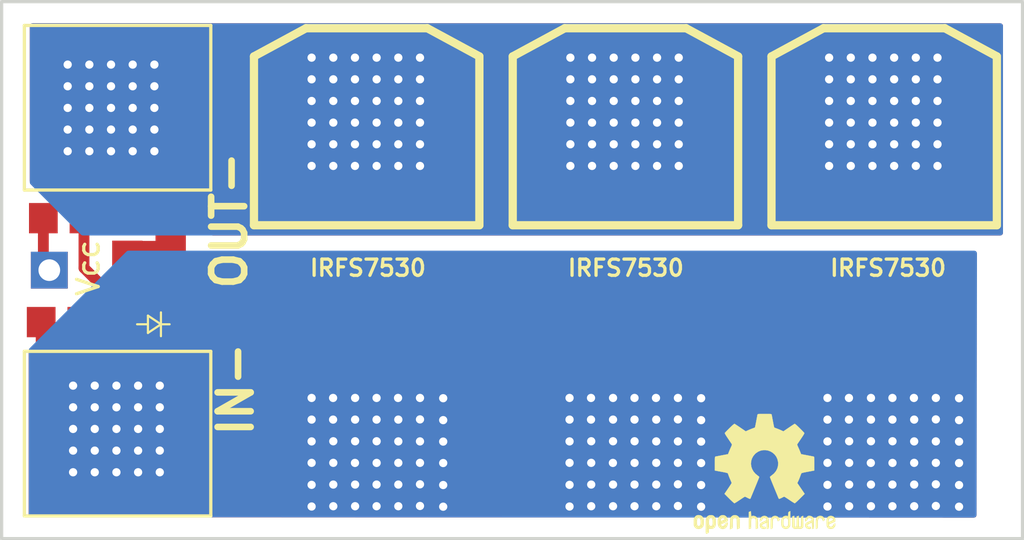
<source format=kicad_pcb>
(kicad_pcb (version 20171130) (host pcbnew "(5.0.0-rc2-129-g72b49accc)")

  (general
    (thickness 1.6)
    (drawings 4)
    (tracks 707)
    (zones 0)
    (modules 12)
    (nets 6)
  )

  (page A4)
  (layers
    (0 F.Cu signal hide)
    (31 B.Cu signal)
    (32 B.Adhes user hide)
    (33 F.Adhes user hide)
    (34 B.Paste user hide)
    (35 F.Paste user)
    (36 B.SilkS user)
    (37 F.SilkS user)
    (38 B.Mask user hide)
    (39 F.Mask user)
    (40 Dwgs.User user hide)
    (41 Cmts.User user hide)
    (42 Eco1.User user hide)
    (43 Eco2.User user hide)
    (44 Edge.Cuts user)
    (45 Margin user hide)
    (46 B.CrtYd user hide)
    (47 F.CrtYd user)
    (48 B.Fab user hide)
    (49 F.Fab user)
  )

  (setup
    (last_trace_width 0.5)
    (user_trace_width 0.5)
    (trace_clearance 0)
    (zone_clearance 0.254)
    (zone_45_only yes)
    (trace_min 0.2)
    (segment_width 0.2)
    (edge_width 0.15)
    (via_size 0.6)
    (via_drill 0.4)
    (via_min_size 0.4)
    (via_min_drill 0.3)
    (user_via 0.8 0.5)
    (uvia_size 0.3)
    (uvia_drill 0.1)
    (uvias_allowed no)
    (uvia_min_size 0.2)
    (uvia_min_drill 0.1)
    (pcb_text_width 0.3)
    (pcb_text_size 1.5 1.5)
    (mod_edge_width 0.15)
    (mod_text_size 0.75 0.75)
    (mod_text_width 0.15)
    (pad_size 0.5461 0.5461)
    (pad_drill 0.2675)
    (pad_to_mask_clearance 0.2)
    (aux_axis_origin 0 0)
    (visible_elements 7FFFFFFF)
    (pcbplotparams
      (layerselection 0x010fc_ffffffff)
      (usegerberextensions false)
      (usegerberattributes false)
      (usegerberadvancedattributes false)
      (creategerberjobfile false)
      (excludeedgelayer true)
      (linewidth 0.100000)
      (plotframeref false)
      (viasonmask false)
      (mode 1)
      (useauxorigin false)
      (hpglpennumber 1)
      (hpglpenspeed 20)
      (hpglpendiameter 15.000000)
      (psnegative false)
      (psa4output false)
      (plotreference true)
      (plotvalue true)
      (plotinvisibletext false)
      (padsonsilk false)
      (subtractmaskfromsilk false)
      (outputformat 1)
      (mirror false)
      (drillshape 0)
      (scaleselection 1)
      (outputdirectory gerbers/))
  )

  (net 0 "")
  (net 1 GND)
  (net 2 "Net-(C1-Pad1)")
  (net 3 "Net-(P6-Pad1)")
  (net 4 "Net-(C1-Pad2)")
  (net 5 "Net-(P5-Pad1)")

  (net_class Default "This is the default net class."
    (clearance 0)
    (trace_width 0.25)
    (via_dia 0.6)
    (via_drill 0.4)
    (uvia_dia 0.3)
    (uvia_drill 0.1)
    (add_net GND)
    (add_net "Net-(C1-Pad1)")
    (add_net "Net-(C1-Pad2)")
    (add_net "Net-(P5-Pad1)")
    (add_net "Net-(P6-Pad1)")
  )

  (module Connector_PinHeader_2.54mm:PinHeader_1x01_P2.54mm_Vertical (layer F.Cu) (tedit 5CEFEF9C) (tstamp 5CF258D3)
    (at 121.2 105.6)
    (descr "Through hole straight pin header, 1x01, 2.54mm pitch, single row")
    (tags "Through hole pin header THT 1x01 2.54mm single row")
    (path /577ED9DE)
    (fp_text reference Vcc (at 1.8 -0.1 90) (layer F.SilkS)
      (effects (font (size 1 1) (thickness 0.15)))
    )
    (fp_text value "VCC NO" (at 0 2.33) (layer F.Fab)
      (effects (font (size 1 1) (thickness 0.15)))
    )
    (fp_text user %R (at 0 0 90) (layer F.Fab)
      (effects (font (size 1 1) (thickness 0.15)))
    )
    (fp_line (start 1.8 -1.8) (end -1.8 -1.8) (layer F.CrtYd) (width 0.05))
    (fp_line (start 1.8 1.8) (end 1.8 -1.8) (layer F.CrtYd) (width 0.05))
    (fp_line (start -1.8 1.8) (end 1.8 1.8) (layer F.CrtYd) (width 0.05))
    (fp_line (start -1.8 -1.8) (end -1.8 1.8) (layer F.CrtYd) (width 0.05))
    (fp_line (start -1.27 -0.635) (end -0.635 -1.27) (layer F.Fab) (width 0.1))
    (fp_line (start -1.27 1.27) (end -1.27 -0.635) (layer F.Fab) (width 0.1))
    (fp_line (start 1.27 1.27) (end -1.27 1.27) (layer F.Fab) (width 0.1))
    (fp_line (start 1.27 -1.27) (end 1.27 1.27) (layer F.Fab) (width 0.1))
    (fp_line (start -0.635 -1.27) (end 1.27 -1.27) (layer F.Fab) (width 0.1))
    (pad 1 thru_hole rect (at 0 0) (size 1.7 1.7) (drill 1) (layers *.Cu *.Mask)
      (net 5 "Net-(P5-Pad1)"))
    (model ${KISYS3DMOD}/Connector_PinHeader_2.54mm.3dshapes/PinHeader_1x01_P2.54mm_Vertical.wrl
      (at (xyz 0 0 0))
      (scale (xyz 1 1 1))
      (rotate (xyz 0 0 0))
    )
  )

  (module Diode_SMD:D_SOD-123F (layer F.Cu) (tedit 5CEFE52F) (tstamp 5CF258BE)
    (at 126 108.1 180)
    (descr D_SOD-123F)
    (tags D_SOD-123F)
    (path /5775E48B)
    (attr smd)
    (fp_text reference D1 (at -0.127 -1.905 180) (layer F.SilkS) hide
      (effects (font (size 1 1) (thickness 0.15)))
    )
    (fp_text value ZENER (at 0 2.1 180) (layer F.Fab)
      (effects (font (size 1 1) (thickness 0.15)))
    )
    (fp_line (start 0.25 0) (end 0.75 0) (layer F.SilkS) (width 0.1))
    (fp_line (start -0.35 0) (end 0.25 -0.4) (layer F.SilkS) (width 0.1))
    (fp_line (start 0.25 -0.4) (end 0.25 0.4) (layer F.SilkS) (width 0.1))
    (fp_line (start -0.35 0) (end -0.35 -0.55) (layer F.SilkS) (width 0.1))
    (fp_line (start -0.75 0) (end -0.35 0) (layer F.SilkS) (width 0.1))
    (fp_line (start -0.35 0) (end -0.35 0.55) (layer F.SilkS) (width 0.1))
    (fp_line (start 0.25 0.4) (end -0.35 0) (layer F.SilkS) (width 0.1))
    (fp_text user %R (at -0.127 -1.905 180) (layer F.Fab)
      (effects (font (size 1 1) (thickness 0.15)))
    )
    (fp_line (start 0.25 0) (end 0.75 0) (layer F.Fab) (width 0.1))
    (fp_line (start 0.25 0.4) (end -0.35 0) (layer F.Fab) (width 0.1))
    (fp_line (start 0.25 -0.4) (end 0.25 0.4) (layer F.Fab) (width 0.1))
    (fp_line (start -0.35 0) (end 0.25 -0.4) (layer F.Fab) (width 0.1))
    (fp_line (start -0.35 0) (end -0.35 0.55) (layer F.Fab) (width 0.1))
    (fp_line (start -0.35 0) (end -0.35 -0.55) (layer F.Fab) (width 0.1))
    (fp_line (start -0.75 0) (end -0.35 0) (layer F.Fab) (width 0.1))
    (fp_line (start -1.4 0.9) (end -1.4 -0.9) (layer F.Fab) (width 0.1))
    (fp_line (start 1.4 0.9) (end -1.4 0.9) (layer F.Fab) (width 0.1))
    (fp_line (start 1.4 -0.9) (end 1.4 0.9) (layer F.Fab) (width 0.1))
    (fp_line (start -1.4 -0.9) (end 1.4 -0.9) (layer F.Fab) (width 0.1))
    (fp_line (start -2.2 -1.15) (end 2.2 -1.15) (layer F.CrtYd) (width 0.05))
    (fp_line (start 2.2 -1.15) (end 2.2 1.15) (layer F.CrtYd) (width 0.05))
    (fp_line (start 2.2 1.15) (end -2.2 1.15) (layer F.CrtYd) (width 0.05))
    (fp_line (start -2.2 -1.15) (end -2.2 1.15) (layer F.CrtYd) (width 0.05))
    (pad 1 smd rect (at -1.4 0 180) (size 1.1 1.1) (layers F.Cu F.Paste F.Mask)
      (net 4 "Net-(C1-Pad2)"))
    (pad 2 smd rect (at 1.4 0 180) (size 1.1 1.1) (layers F.Cu F.Paste F.Mask)
      (net 1 GND))
    (model ${KISYS3DMOD}/Diode_SMD.3dshapes/D_SOD-123F.wrl
      (at (xyz 0 0 0))
      (scale (xyz 1 1 1))
      (rotate (xyz 0 0 0))
    )
  )

  (module sparkparts:D2PAK-7-GDS locked (layer F.Cu) (tedit 5B00D967) (tstamp 577EEB12)
    (at 135.842 104.228)
    (path /577F004A)
    (fp_text reference Q1 (at 6.096 4.953) (layer F.SilkS) hide
      (effects (font (size 0.75 0.75) (thickness 0.15)))
    )
    (fp_text value IRFS7530 (at 0.058 1.272) (layer F.SilkS)
      (effects (font (size 0.75 0.75) (thickness 0.15)))
    )
    (fp_line (start 5.19938 -8.49884) (end 5.19938 -0.70104) (layer F.SilkS) (width 0.381))
    (fp_line (start 2.79908 -9.79932) (end 5.19938 -8.49884) (layer F.SilkS) (width 0.381))
    (fp_line (start -2.79908 -9.79932) (end 2.79908 -9.79932) (layer F.SilkS) (width 0.381))
    (fp_line (start -5.19938 -8.49884) (end -2.79908 -9.79932) (layer F.SilkS) (width 0.381))
    (fp_line (start -5.19938 -0.70104) (end -5.19938 -8.49884) (layer F.SilkS) (width 0.381))
    (fp_line (start 5.19938 -0.70104) (end -5.19938 -0.70104) (layer F.SilkS) (width 0.381))
    (pad S smd rect (at 3.81 4.70154) (size 0.89916 3.2004) (layers F.Cu F.Paste F.Mask)
      (net 1 GND))
    (pad S smd rect (at 2.54 4.70154) (size 0.89916 3.2004) (layers F.Cu F.Paste F.Mask)
      (net 1 GND))
    (pad S smd rect (at 1.27 4.70154) (size 0.89916 3.2004) (layers F.Cu F.Paste F.Mask)
      (net 1 GND))
    (pad S smd rect (at -1.27 4.70154) (size 0.89916 3.2004) (layers F.Cu F.Paste F.Mask)
      (net 1 GND))
    (pad S smd rect (at -2.54 4.70154) (size 0.89916 3.2004) (layers F.Cu F.Paste F.Mask)
      (net 1 GND))
    (pad G smd rect (at -3.81 4.70154) (size 0.89916 3.2004) (layers F.Cu F.Paste F.Mask)
      (net 4 "Net-(C1-Pad2)"))
    (pad D smd rect (at 0 -5.90042) (size 10.80008 8.15086) (layers F.Cu F.Paste F.Mask)
      (net 3 "Net-(P6-Pad1)"))
    (model ${KISYS3DMOD}/TO_SOT_Packages_SMD.3dshapes/TO-263-6.step
      (offset (xyz 0 1.999999969963014 0))
      (scale (xyz 1 1 1))
      (rotate (xyz 0 0 -90))
    )
  )

  (module Symbols:OSHW-Logo2_7.3x6mm_SilkScreen (layer F.Cu) (tedit 0) (tstamp 5CEFE24F)
    (at 154.2 115)
    (descr "Open Source Hardware Symbol")
    (tags "Logo Symbol OSHW")
    (attr virtual)
    (fp_text reference REF*** (at -0.5 -0.3) (layer F.SilkS) hide
      (effects (font (size 1 1) (thickness 0.15)))
    )
    (fp_text value OSHW-Logo2_7.3x6mm_SilkScreen (at 0.75 0) (layer F.Fab) hide
      (effects (font (size 1 1) (thickness 0.15)))
    )
    (fp_poly (pts (xy 0.10391 -2.757652) (xy 0.182454 -2.757222) (xy 0.239298 -2.756058) (xy 0.278105 -2.753793)
      (xy 0.302538 -2.75006) (xy 0.316262 -2.744494) (xy 0.32294 -2.736727) (xy 0.326236 -2.726395)
      (xy 0.326556 -2.725057) (xy 0.331562 -2.700921) (xy 0.340829 -2.653299) (xy 0.353392 -2.587259)
      (xy 0.368287 -2.507872) (xy 0.384551 -2.420204) (xy 0.385119 -2.417125) (xy 0.40141 -2.331211)
      (xy 0.416652 -2.255304) (xy 0.429861 -2.193955) (xy 0.440054 -2.151718) (xy 0.446248 -2.133145)
      (xy 0.446543 -2.132816) (xy 0.464788 -2.123747) (xy 0.502405 -2.108633) (xy 0.551271 -2.090738)
      (xy 0.551543 -2.090642) (xy 0.613093 -2.067507) (xy 0.685657 -2.038035) (xy 0.754057 -2.008403)
      (xy 0.757294 -2.006938) (xy 0.868702 -1.956374) (xy 1.115399 -2.12484) (xy 1.191077 -2.176197)
      (xy 1.259631 -2.222111) (xy 1.317088 -2.25997) (xy 1.359476 -2.287163) (xy 1.382825 -2.301079)
      (xy 1.385042 -2.302111) (xy 1.40201 -2.297516) (xy 1.433701 -2.275345) (xy 1.481352 -2.234553)
      (xy 1.546198 -2.174095) (xy 1.612397 -2.109773) (xy 1.676214 -2.046388) (xy 1.733329 -1.988549)
      (xy 1.780305 -1.939825) (xy 1.813703 -1.90379) (xy 1.830085 -1.884016) (xy 1.830694 -1.882998)
      (xy 1.832505 -1.869428) (xy 1.825683 -1.847267) (xy 1.80854 -1.813522) (xy 1.779393 -1.7652)
      (xy 1.736555 -1.699308) (xy 1.679448 -1.614483) (xy 1.628766 -1.539823) (xy 1.583461 -1.47286)
      (xy 1.54615 -1.417484) (xy 1.519452 -1.37758) (xy 1.505985 -1.357038) (xy 1.505137 -1.355644)
      (xy 1.506781 -1.335962) (xy 1.519245 -1.297707) (xy 1.540048 -1.248111) (xy 1.547462 -1.232272)
      (xy 1.579814 -1.16171) (xy 1.614328 -1.081647) (xy 1.642365 -1.012371) (xy 1.662568 -0.960955)
      (xy 1.678615 -0.921881) (xy 1.687888 -0.901459) (xy 1.689041 -0.899886) (xy 1.706096 -0.897279)
      (xy 1.746298 -0.890137) (xy 1.804302 -0.879477) (xy 1.874763 -0.866315) (xy 1.952335 -0.851667)
      (xy 2.031672 -0.836551) (xy 2.107431 -0.821982) (xy 2.174264 -0.808978) (xy 2.226828 -0.798555)
      (xy 2.259776 -0.79173) (xy 2.267857 -0.789801) (xy 2.276205 -0.785038) (xy 2.282506 -0.774282)
      (xy 2.287045 -0.753902) (xy 2.290104 -0.720266) (xy 2.291967 -0.669745) (xy 2.292918 -0.598708)
      (xy 2.29324 -0.503524) (xy 2.293257 -0.464508) (xy 2.293257 -0.147201) (xy 2.217057 -0.132161)
      (xy 2.174663 -0.124005) (xy 2.1114 -0.112101) (xy 2.034962 -0.097884) (xy 1.953043 -0.08279)
      (xy 1.9304 -0.078645) (xy 1.854806 -0.063947) (xy 1.788953 -0.049495) (xy 1.738366 -0.036625)
      (xy 1.708574 -0.026678) (xy 1.703612 -0.023713) (xy 1.691426 -0.002717) (xy 1.673953 0.037967)
      (xy 1.654577 0.090322) (xy 1.650734 0.1016) (xy 1.625339 0.171523) (xy 1.593817 0.250418)
      (xy 1.562969 0.321266) (xy 1.562817 0.321595) (xy 1.511447 0.432733) (xy 1.680399 0.681253)
      (xy 1.849352 0.929772) (xy 1.632429 1.147058) (xy 1.566819 1.211726) (xy 1.506979 1.268733)
      (xy 1.456267 1.315033) (xy 1.418046 1.347584) (xy 1.395675 1.363343) (xy 1.392466 1.364343)
      (xy 1.373626 1.356469) (xy 1.33518 1.334578) (xy 1.28133 1.301267) (xy 1.216276 1.259131)
      (xy 1.14594 1.211943) (xy 1.074555 1.16381) (xy 1.010908 1.121928) (xy 0.959041 1.088871)
      (xy 0.922995 1.067218) (xy 0.906867 1.059543) (xy 0.887189 1.066037) (xy 0.849875 1.08315)
      (xy 0.802621 1.107326) (xy 0.797612 1.110013) (xy 0.733977 1.141927) (xy 0.690341 1.157579)
      (xy 0.663202 1.157745) (xy 0.649057 1.143204) (xy 0.648975 1.143) (xy 0.641905 1.125779)
      (xy 0.625042 1.084899) (xy 0.599695 1.023525) (xy 0.567171 0.944819) (xy 0.528778 0.851947)
      (xy 0.485822 0.748072) (xy 0.444222 0.647502) (xy 0.398504 0.536516) (xy 0.356526 0.433703)
      (xy 0.319548 0.342215) (xy 0.288827 0.265201) (xy 0.265622 0.205815) (xy 0.25119 0.167209)
      (xy 0.246743 0.1528) (xy 0.257896 0.136272) (xy 0.287069 0.10993) (xy 0.325971 0.080887)
      (xy 0.436757 -0.010961) (xy 0.523351 -0.116241) (xy 0.584716 -0.232734) (xy 0.619815 -0.358224)
      (xy 0.627608 -0.490493) (xy 0.621943 -0.551543) (xy 0.591078 -0.678205) (xy 0.53792 -0.790059)
      (xy 0.465767 -0.885999) (xy 0.377917 -0.964924) (xy 0.277665 -1.02573) (xy 0.16831 -1.067313)
      (xy 0.053147 -1.088572) (xy -0.064525 -1.088401) (xy -0.18141 -1.065699) (xy -0.294211 -1.019362)
      (xy -0.399631 -0.948287) (xy -0.443632 -0.908089) (xy -0.528021 -0.804871) (xy -0.586778 -0.692075)
      (xy -0.620296 -0.57299) (xy -0.628965 -0.450905) (xy -0.613177 -0.329107) (xy -0.573322 -0.210884)
      (xy -0.509793 -0.099525) (xy -0.422979 0.001684) (xy -0.325971 0.080887) (xy -0.285563 0.111162)
      (xy -0.257018 0.137219) (xy -0.246743 0.152825) (xy -0.252123 0.169843) (xy -0.267425 0.2105)
      (xy -0.291388 0.271642) (xy -0.322756 0.350119) (xy -0.360268 0.44278) (xy -0.402667 0.546472)
      (xy -0.444337 0.647526) (xy -0.49031 0.758607) (xy -0.532893 0.861541) (xy -0.570779 0.953165)
      (xy -0.60266 1.030316) (xy -0.627229 1.089831) (xy -0.64318 1.128544) (xy -0.64909 1.143)
      (xy -0.663052 1.157685) (xy -0.69006 1.157642) (xy -0.733587 1.142099) (xy -0.79711 1.110284)
      (xy -0.797612 1.110013) (xy -0.84544 1.085323) (xy -0.884103 1.067338) (xy -0.905905 1.059614)
      (xy -0.906867 1.059543) (xy -0.923279 1.067378) (xy -0.959513 1.089165) (xy -1.011526 1.122328)
      (xy -1.075275 1.164291) (xy -1.14594 1.211943) (xy -1.217884 1.260191) (xy -1.282726 1.302151)
      (xy -1.336265 1.335227) (xy -1.374303 1.356821) (xy -1.392467 1.364343) (xy -1.409192 1.354457)
      (xy -1.44282 1.326826) (xy -1.48999 1.284495) (xy -1.547342 1.230505) (xy -1.611516 1.167899)
      (xy -1.632503 1.146983) (xy -1.849501 0.929623) (xy -1.684332 0.68722) (xy -1.634136 0.612781)
      (xy -1.590081 0.545972) (xy -1.554638 0.490665) (xy -1.530281 0.450729) (xy -1.519478 0.430036)
      (xy -1.519162 0.428563) (xy -1.524857 0.409058) (xy -1.540174 0.369822) (xy -1.562463 0.31743)
      (xy -1.578107 0.282355) (xy -1.607359 0.215201) (xy -1.634906 0.147358) (xy -1.656263 0.090034)
      (xy -1.662065 0.072572) (xy -1.678548 0.025938) (xy -1.69466 -0.010095) (xy -1.70351 -0.023713)
      (xy -1.72304 -0.032048) (xy -1.765666 -0.043863) (xy -1.825855 -0.057819) (xy -1.898078 -0.072578)
      (xy -1.9304 -0.078645) (xy -2.012478 -0.093727) (xy -2.091205 -0.108331) (xy -2.158891 -0.12102)
      (xy -2.20784 -0.130358) (xy -2.217057 -0.132161) (xy -2.293257 -0.147201) (xy -2.293257 -0.464508)
      (xy -2.293086 -0.568846) (xy -2.292384 -0.647787) (xy -2.290866 -0.704962) (xy -2.288251 -0.744001)
      (xy -2.284254 -0.768535) (xy -2.278591 -0.782195) (xy -2.27098 -0.788611) (xy -2.267857 -0.789801)
      (xy -2.249022 -0.79402) (xy -2.207412 -0.802438) (xy -2.14837 -0.814039) (xy -2.077243 -0.827805)
      (xy -1.999375 -0.84272) (xy -1.920113 -0.857768) (xy -1.844802 -0.871931) (xy -1.778787 -0.884194)
      (xy -1.727413 -0.893539) (xy -1.696025 -0.89895) (xy -1.689041 -0.899886) (xy -1.682715 -0.912404)
      (xy -1.66871 -0.945754) (xy -1.649645 -0.993623) (xy -1.642366 -1.012371) (xy -1.613004 -1.084805)
      (xy -1.578429 -1.16483) (xy -1.547463 -1.232272) (xy -1.524677 -1.283841) (xy -1.509518 -1.326215)
      (xy -1.504458 -1.352166) (xy -1.505264 -1.355644) (xy -1.515959 -1.372064) (xy -1.54038 -1.408583)
      (xy -1.575905 -1.461313) (xy -1.619913 -1.526365) (xy -1.669783 -1.599849) (xy -1.679644 -1.614355)
      (xy -1.737508 -1.700296) (xy -1.780044 -1.765739) (xy -1.808946 -1.813696) (xy -1.82591 -1.84718)
      (xy -1.832633 -1.869205) (xy -1.83081 -1.882783) (xy -1.830764 -1.882869) (xy -1.816414 -1.900703)
      (xy -1.784677 -1.935183) (xy -1.73899 -1.982732) (xy -1.682796 -2.039778) (xy -1.619532 -2.102745)
      (xy -1.612398 -2.109773) (xy -1.53267 -2.18698) (xy -1.471143 -2.24367) (xy -1.426579 -2.28089)
      (xy -1.397743 -2.299685) (xy -1.385042 -2.302111) (xy -1.366506 -2.291529) (xy -1.328039 -2.267084)
      (xy -1.273614 -2.231388) (xy -1.207202 -2.187053) (xy -1.132775 -2.136689) (xy -1.115399 -2.12484)
      (xy -0.868703 -1.956374) (xy -0.757294 -2.006938) (xy -0.689543 -2.036405) (xy -0.616817 -2.066041)
      (xy -0.554297 -2.08967) (xy -0.551543 -2.090642) (xy -0.50264 -2.108543) (xy -0.464943 -2.12368)
      (xy -0.446575 -2.13279) (xy -0.446544 -2.132816) (xy -0.440715 -2.149283) (xy -0.430808 -2.189781)
      (xy -0.417805 -2.249758) (xy -0.402691 -2.32466) (xy -0.386448 -2.409936) (xy -0.385119 -2.417125)
      (xy -0.368825 -2.504986) (xy -0.353867 -2.58474) (xy -0.341209 -2.651319) (xy -0.331814 -2.699653)
      (xy -0.326646 -2.724675) (xy -0.326556 -2.725057) (xy -0.323411 -2.735701) (xy -0.317296 -2.743738)
      (xy -0.304547 -2.749533) (xy -0.2815 -2.753453) (xy -0.244491 -2.755865) (xy -0.189856 -2.757135)
      (xy -0.113933 -2.757629) (xy -0.013056 -2.757714) (xy 0 -2.757714) (xy 0.10391 -2.757652)) (layer F.SilkS) (width 0.01))
    (fp_poly (pts (xy 3.153595 1.966966) (xy 3.211021 2.004497) (xy 3.238719 2.038096) (xy 3.260662 2.099064)
      (xy 3.262405 2.147308) (xy 3.258457 2.211816) (xy 3.109686 2.276934) (xy 3.037349 2.310202)
      (xy 2.990084 2.336964) (xy 2.965507 2.360144) (xy 2.961237 2.382667) (xy 2.974889 2.407455)
      (xy 2.989943 2.423886) (xy 3.033746 2.450235) (xy 3.081389 2.452081) (xy 3.125145 2.431546)
      (xy 3.157289 2.390752) (xy 3.163038 2.376347) (xy 3.190576 2.331356) (xy 3.222258 2.312182)
      (xy 3.265714 2.295779) (xy 3.265714 2.357966) (xy 3.261872 2.400283) (xy 3.246823 2.435969)
      (xy 3.21528 2.476943) (xy 3.210592 2.482267) (xy 3.175506 2.51872) (xy 3.145347 2.538283)
      (xy 3.107615 2.547283) (xy 3.076335 2.55023) (xy 3.020385 2.550965) (xy 2.980555 2.54166)
      (xy 2.955708 2.527846) (xy 2.916656 2.497467) (xy 2.889625 2.464613) (xy 2.872517 2.423294)
      (xy 2.863238 2.367521) (xy 2.859693 2.291305) (xy 2.85941 2.252622) (xy 2.860372 2.206247)
      (xy 2.948007 2.206247) (xy 2.949023 2.231126) (xy 2.951556 2.2352) (xy 2.968274 2.229665)
      (xy 3.004249 2.215017) (xy 3.052331 2.19419) (xy 3.062386 2.189714) (xy 3.123152 2.158814)
      (xy 3.156632 2.131657) (xy 3.16399 2.10622) (xy 3.146391 2.080481) (xy 3.131856 2.069109)
      (xy 3.07941 2.046364) (xy 3.030322 2.050122) (xy 2.989227 2.077884) (xy 2.960758 2.127152)
      (xy 2.951631 2.166257) (xy 2.948007 2.206247) (xy 2.860372 2.206247) (xy 2.861285 2.162249)
      (xy 2.868196 2.095384) (xy 2.881884 2.046695) (xy 2.904096 2.010849) (xy 2.936574 1.982513)
      (xy 2.950733 1.973355) (xy 3.015053 1.949507) (xy 3.085473 1.948006) (xy 3.153595 1.966966)) (layer F.SilkS) (width 0.01))
    (fp_poly (pts (xy 2.6526 1.958752) (xy 2.669948 1.966334) (xy 2.711356 1.999128) (xy 2.746765 2.046547)
      (xy 2.768664 2.097151) (xy 2.772229 2.122098) (xy 2.760279 2.156927) (xy 2.734067 2.175357)
      (xy 2.705964 2.186516) (xy 2.693095 2.188572) (xy 2.686829 2.173649) (xy 2.674456 2.141175)
      (xy 2.669028 2.126502) (xy 2.63859 2.075744) (xy 2.59452 2.050427) (xy 2.53801 2.051206)
      (xy 2.533825 2.052203) (xy 2.503655 2.066507) (xy 2.481476 2.094393) (xy 2.466327 2.139287)
      (xy 2.45725 2.204615) (xy 2.453286 2.293804) (xy 2.452914 2.341261) (xy 2.45273 2.416071)
      (xy 2.451522 2.467069) (xy 2.448309 2.499471) (xy 2.442109 2.518495) (xy 2.43194 2.529356)
      (xy 2.416819 2.537272) (xy 2.415946 2.53767) (xy 2.386828 2.549981) (xy 2.372403 2.554514)
      (xy 2.370186 2.540809) (xy 2.368289 2.502925) (xy 2.366847 2.445715) (xy 2.365998 2.374027)
      (xy 2.365829 2.321565) (xy 2.366692 2.220047) (xy 2.37007 2.143032) (xy 2.377142 2.086023)
      (xy 2.389088 2.044526) (xy 2.40709 2.014043) (xy 2.432327 1.99008) (xy 2.457247 1.973355)
      (xy 2.517171 1.951097) (xy 2.586911 1.946076) (xy 2.6526 1.958752)) (layer F.SilkS) (width 0.01))
    (fp_poly (pts (xy 2.144876 1.956335) (xy 2.186667 1.975344) (xy 2.219469 1.998378) (xy 2.243503 2.024133)
      (xy 2.260097 2.057358) (xy 2.270577 2.1028) (xy 2.276271 2.165207) (xy 2.278507 2.249327)
      (xy 2.278743 2.304721) (xy 2.278743 2.520826) (xy 2.241774 2.53767) (xy 2.212656 2.549981)
      (xy 2.198231 2.554514) (xy 2.195472 2.541025) (xy 2.193282 2.504653) (xy 2.191942 2.451542)
      (xy 2.191657 2.409372) (xy 2.190434 2.348447) (xy 2.187136 2.300115) (xy 2.182321 2.270518)
      (xy 2.178496 2.264229) (xy 2.152783 2.270652) (xy 2.112418 2.287125) (xy 2.065679 2.309458)
      (xy 2.020845 2.333457) (xy 1.986193 2.35493) (xy 1.970002 2.369685) (xy 1.969938 2.369845)
      (xy 1.97133 2.397152) (xy 1.983818 2.423219) (xy 2.005743 2.444392) (xy 2.037743 2.451474)
      (xy 2.065092 2.450649) (xy 2.103826 2.450042) (xy 2.124158 2.459116) (xy 2.136369 2.483092)
      (xy 2.137909 2.487613) (xy 2.143203 2.521806) (xy 2.129047 2.542568) (xy 2.092148 2.552462)
      (xy 2.052289 2.554292) (xy 1.980562 2.540727) (xy 1.943432 2.521355) (xy 1.897576 2.475845)
      (xy 1.873256 2.419983) (xy 1.871073 2.360957) (xy 1.891629 2.305953) (xy 1.922549 2.271486)
      (xy 1.95342 2.252189) (xy 2.001942 2.227759) (xy 2.058485 2.202985) (xy 2.06791 2.199199)
      (xy 2.130019 2.171791) (xy 2.165822 2.147634) (xy 2.177337 2.123619) (xy 2.16658 2.096635)
      (xy 2.148114 2.075543) (xy 2.104469 2.049572) (xy 2.056446 2.047624) (xy 2.012406 2.067637)
      (xy 1.980709 2.107551) (xy 1.976549 2.117848) (xy 1.952327 2.155724) (xy 1.916965 2.183842)
      (xy 1.872343 2.206917) (xy 1.872343 2.141485) (xy 1.874969 2.101506) (xy 1.88623 2.069997)
      (xy 1.911199 2.036378) (xy 1.935169 2.010484) (xy 1.972441 1.973817) (xy 2.001401 1.954121)
      (xy 2.032505 1.94622) (xy 2.067713 1.944914) (xy 2.144876 1.956335)) (layer F.SilkS) (width 0.01))
    (fp_poly (pts (xy 1.779833 1.958663) (xy 1.782048 1.99685) (xy 1.783784 2.054886) (xy 1.784899 2.12818)
      (xy 1.785257 2.205055) (xy 1.785257 2.465196) (xy 1.739326 2.511127) (xy 1.707675 2.539429)
      (xy 1.67989 2.550893) (xy 1.641915 2.550168) (xy 1.62684 2.548321) (xy 1.579726 2.542948)
      (xy 1.540756 2.539869) (xy 1.531257 2.539585) (xy 1.499233 2.541445) (xy 1.453432 2.546114)
      (xy 1.435674 2.548321) (xy 1.392057 2.551735) (xy 1.362745 2.54432) (xy 1.33368 2.521427)
      (xy 1.323188 2.511127) (xy 1.277257 2.465196) (xy 1.277257 1.978602) (xy 1.314226 1.961758)
      (xy 1.346059 1.949282) (xy 1.364683 1.944914) (xy 1.369458 1.958718) (xy 1.373921 1.997286)
      (xy 1.377775 2.056356) (xy 1.380722 2.131663) (xy 1.382143 2.195286) (xy 1.386114 2.445657)
      (xy 1.420759 2.450556) (xy 1.452268 2.447131) (xy 1.467708 2.436041) (xy 1.472023 2.415308)
      (xy 1.475708 2.371145) (xy 1.478469 2.309146) (xy 1.480012 2.234909) (xy 1.480235 2.196706)
      (xy 1.480457 1.976783) (xy 1.526166 1.960849) (xy 1.558518 1.950015) (xy 1.576115 1.944962)
      (xy 1.576623 1.944914) (xy 1.578388 1.958648) (xy 1.580329 1.99673) (xy 1.582282 2.054482)
      (xy 1.584084 2.127227) (xy 1.585343 2.195286) (xy 1.589314 2.445657) (xy 1.6764 2.445657)
      (xy 1.680396 2.21724) (xy 1.684392 1.988822) (xy 1.726847 1.966868) (xy 1.758192 1.951793)
      (xy 1.776744 1.944951) (xy 1.777279 1.944914) (xy 1.779833 1.958663)) (layer F.SilkS) (width 0.01))
    (fp_poly (pts (xy 1.190117 2.065358) (xy 1.189933 2.173837) (xy 1.189219 2.257287) (xy 1.187675 2.319704)
      (xy 1.185001 2.365085) (xy 1.180894 2.397429) (xy 1.175055 2.420733) (xy 1.167182 2.438995)
      (xy 1.161221 2.449418) (xy 1.111855 2.505945) (xy 1.049264 2.541377) (xy 0.980013 2.55409)
      (xy 0.910668 2.542463) (xy 0.869375 2.521568) (xy 0.826025 2.485422) (xy 0.796481 2.441276)
      (xy 0.778655 2.383462) (xy 0.770463 2.306313) (xy 0.769302 2.249714) (xy 0.769458 2.245647)
      (xy 0.870857 2.245647) (xy 0.871476 2.31055) (xy 0.874314 2.353514) (xy 0.88084 2.381622)
      (xy 0.892523 2.401953) (xy 0.906483 2.417288) (xy 0.953365 2.44689) (xy 1.003701 2.449419)
      (xy 1.051276 2.424705) (xy 1.054979 2.421356) (xy 1.070783 2.403935) (xy 1.080693 2.383209)
      (xy 1.086058 2.352362) (xy 1.088228 2.304577) (xy 1.088571 2.251748) (xy 1.087827 2.185381)
      (xy 1.084748 2.141106) (xy 1.078061 2.112009) (xy 1.066496 2.091173) (xy 1.057013 2.080107)
      (xy 1.01296 2.052198) (xy 0.962224 2.048843) (xy 0.913796 2.070159) (xy 0.90445 2.078073)
      (xy 0.88854 2.095647) (xy 0.87861 2.116587) (xy 0.873278 2.147782) (xy 0.871163 2.196122)
      (xy 0.870857 2.245647) (xy 0.769458 2.245647) (xy 0.77281 2.158568) (xy 0.784726 2.090086)
      (xy 0.807135 2.0386) (xy 0.842124 1.998443) (xy 0.869375 1.977861) (xy 0.918907 1.955625)
      (xy 0.976316 1.945304) (xy 1.029682 1.948067) (xy 1.059543 1.959212) (xy 1.071261 1.962383)
      (xy 1.079037 1.950557) (xy 1.084465 1.918866) (xy 1.088571 1.870593) (xy 1.093067 1.816829)
      (xy 1.099313 1.784482) (xy 1.110676 1.765985) (xy 1.130528 1.75377) (xy 1.143 1.748362)
      (xy 1.190171 1.728601) (xy 1.190117 2.065358)) (layer F.SilkS) (width 0.01))
    (fp_poly (pts (xy 0.529926 1.949755) (xy 0.595858 1.974084) (xy 0.649273 2.017117) (xy 0.670164 2.047409)
      (xy 0.692939 2.102994) (xy 0.692466 2.143186) (xy 0.668562 2.170217) (xy 0.659717 2.174813)
      (xy 0.62153 2.189144) (xy 0.602028 2.185472) (xy 0.595422 2.161407) (xy 0.595086 2.148114)
      (xy 0.582992 2.09921) (xy 0.551471 2.064999) (xy 0.507659 2.048476) (xy 0.458695 2.052634)
      (xy 0.418894 2.074227) (xy 0.40545 2.086544) (xy 0.395921 2.101487) (xy 0.389485 2.124075)
      (xy 0.385317 2.159328) (xy 0.382597 2.212266) (xy 0.380502 2.287907) (xy 0.37996 2.311857)
      (xy 0.377981 2.39379) (xy 0.375731 2.451455) (xy 0.372357 2.489608) (xy 0.367006 2.513004)
      (xy 0.358824 2.526398) (xy 0.346959 2.534545) (xy 0.339362 2.538144) (xy 0.307102 2.550452)
      (xy 0.288111 2.554514) (xy 0.281836 2.540948) (xy 0.278006 2.499934) (xy 0.2766 2.430999)
      (xy 0.277598 2.333669) (xy 0.277908 2.318657) (xy 0.280101 2.229859) (xy 0.282693 2.165019)
      (xy 0.286382 2.119067) (xy 0.291864 2.086935) (xy 0.299835 2.063553) (xy 0.310993 2.043852)
      (xy 0.31683 2.03541) (xy 0.350296 1.998057) (xy 0.387727 1.969003) (xy 0.392309 1.966467)
      (xy 0.459426 1.946443) (xy 0.529926 1.949755)) (layer F.SilkS) (width 0.01))
    (fp_poly (pts (xy 0.039744 1.950968) (xy 0.096616 1.972087) (xy 0.097267 1.972493) (xy 0.13244 1.99838)
      (xy 0.158407 2.028633) (xy 0.17667 2.068058) (xy 0.188732 2.121462) (xy 0.196096 2.193651)
      (xy 0.200264 2.289432) (xy 0.200629 2.303078) (xy 0.205876 2.508842) (xy 0.161716 2.531678)
      (xy 0.129763 2.54711) (xy 0.11047 2.554423) (xy 0.109578 2.554514) (xy 0.106239 2.541022)
      (xy 0.103587 2.504626) (xy 0.101956 2.451452) (xy 0.1016 2.408393) (xy 0.101592 2.338641)
      (xy 0.098403 2.294837) (xy 0.087288 2.273944) (xy 0.063501 2.272925) (xy 0.022296 2.288741)
      (xy -0.039914 2.317815) (xy -0.085659 2.341963) (xy -0.109187 2.362913) (xy -0.116104 2.385747)
      (xy -0.116114 2.386877) (xy -0.104701 2.426212) (xy -0.070908 2.447462) (xy -0.019191 2.450539)
      (xy 0.018061 2.450006) (xy 0.037703 2.460735) (xy 0.049952 2.486505) (xy 0.057002 2.519337)
      (xy 0.046842 2.537966) (xy 0.043017 2.540632) (xy 0.007001 2.55134) (xy -0.043434 2.552856)
      (xy -0.095374 2.545759) (xy -0.132178 2.532788) (xy -0.183062 2.489585) (xy -0.211986 2.429446)
      (xy -0.217714 2.382462) (xy -0.213343 2.340082) (xy -0.197525 2.305488) (xy -0.166203 2.274763)
      (xy -0.115322 2.24399) (xy -0.040824 2.209252) (xy -0.036286 2.207288) (xy 0.030821 2.176287)
      (xy 0.072232 2.150862) (xy 0.089981 2.128014) (xy 0.086107 2.104745) (xy 0.062643 2.078056)
      (xy 0.055627 2.071914) (xy 0.00863 2.0481) (xy -0.040067 2.049103) (xy -0.082478 2.072451)
      (xy -0.110616 2.115675) (xy -0.113231 2.12416) (xy -0.138692 2.165308) (xy -0.170999 2.185128)
      (xy -0.217714 2.20477) (xy -0.217714 2.15395) (xy -0.203504 2.080082) (xy -0.161325 2.012327)
      (xy -0.139376 1.989661) (xy -0.089483 1.960569) (xy -0.026033 1.9474) (xy 0.039744 1.950968)) (layer F.SilkS) (width 0.01))
    (fp_poly (pts (xy -0.624114 1.851289) (xy -0.619861 1.910613) (xy -0.614975 1.945572) (xy -0.608205 1.96082)
      (xy -0.598298 1.961015) (xy -0.595086 1.959195) (xy -0.552356 1.946015) (xy -0.496773 1.946785)
      (xy -0.440263 1.960333) (xy -0.404918 1.977861) (xy -0.368679 2.005861) (xy -0.342187 2.037549)
      (xy -0.324001 2.077813) (xy -0.312678 2.131543) (xy -0.306778 2.203626) (xy -0.304857 2.298951)
      (xy -0.304823 2.317237) (xy -0.3048 2.522646) (xy -0.350509 2.53858) (xy -0.382973 2.54942)
      (xy -0.400785 2.554468) (xy -0.401309 2.554514) (xy -0.403063 2.540828) (xy -0.404556 2.503076)
      (xy -0.405674 2.446224) (xy -0.406303 2.375234) (xy -0.4064 2.332073) (xy -0.406602 2.246973)
      (xy -0.407642 2.185981) (xy -0.410169 2.144177) (xy -0.414836 2.116642) (xy -0.422293 2.098456)
      (xy -0.433189 2.084698) (xy -0.439993 2.078073) (xy -0.486728 2.051375) (xy -0.537728 2.049375)
      (xy -0.583999 2.071955) (xy -0.592556 2.080107) (xy -0.605107 2.095436) (xy -0.613812 2.113618)
      (xy -0.619369 2.139909) (xy -0.622474 2.179562) (xy -0.623824 2.237832) (xy -0.624114 2.318173)
      (xy -0.624114 2.522646) (xy -0.669823 2.53858) (xy -0.702287 2.54942) (xy -0.720099 2.554468)
      (xy -0.720623 2.554514) (xy -0.721963 2.540623) (xy -0.723172 2.501439) (xy -0.724199 2.4407)
      (xy -0.724998 2.362141) (xy -0.725519 2.269498) (xy -0.725714 2.166509) (xy -0.725714 1.769342)
      (xy -0.678543 1.749444) (xy -0.631371 1.729547) (xy -0.624114 1.851289)) (layer F.SilkS) (width 0.01))
    (fp_poly (pts (xy -1.831697 1.931239) (xy -1.774473 1.969735) (xy -1.730251 2.025335) (xy -1.703833 2.096086)
      (xy -1.69849 2.148162) (xy -1.699097 2.169893) (xy -1.704178 2.186531) (xy -1.718145 2.201437)
      (xy -1.745411 2.217973) (xy -1.790388 2.239498) (xy -1.857489 2.269374) (xy -1.857829 2.269524)
      (xy -1.919593 2.297813) (xy -1.970241 2.322933) (xy -2.004596 2.342179) (xy -2.017482 2.352848)
      (xy -2.017486 2.352934) (xy -2.006128 2.376166) (xy -1.979569 2.401774) (xy -1.949077 2.420221)
      (xy -1.93363 2.423886) (xy -1.891485 2.411212) (xy -1.855192 2.379471) (xy -1.837483 2.344572)
      (xy -1.820448 2.318845) (xy -1.787078 2.289546) (xy -1.747851 2.264235) (xy -1.713244 2.250471)
      (xy -1.706007 2.249714) (xy -1.697861 2.26216) (xy -1.69737 2.293972) (xy -1.703357 2.336866)
      (xy -1.714643 2.382558) (xy -1.73005 2.422761) (xy -1.730829 2.424322) (xy -1.777196 2.489062)
      (xy -1.837289 2.533097) (xy -1.905535 2.554711) (xy -1.976362 2.552185) (xy -2.044196 2.523804)
      (xy -2.047212 2.521808) (xy -2.100573 2.473448) (xy -2.13566 2.410352) (xy -2.155078 2.327387)
      (xy -2.157684 2.304078) (xy -2.162299 2.194055) (xy -2.156767 2.142748) (xy -2.017486 2.142748)
      (xy -2.015676 2.174753) (xy -2.005778 2.184093) (xy -1.981102 2.177105) (xy -1.942205 2.160587)
      (xy -1.898725 2.139881) (xy -1.897644 2.139333) (xy -1.860791 2.119949) (xy -1.846 2.107013)
      (xy -1.849647 2.093451) (xy -1.865005 2.075632) (xy -1.904077 2.049845) (xy -1.946154 2.04795)
      (xy -1.983897 2.066717) (xy -2.009966 2.102915) (xy -2.017486 2.142748) (xy -2.156767 2.142748)
      (xy -2.152806 2.106027) (xy -2.12845 2.036212) (xy -2.094544 1.987302) (xy -2.033347 1.937878)
      (xy -1.965937 1.913359) (xy -1.89712 1.911797) (xy -1.831697 1.931239)) (layer F.SilkS) (width 0.01))
    (fp_poly (pts (xy -2.958885 1.921962) (xy -2.890855 1.957733) (xy -2.840649 2.015301) (xy -2.822815 2.052312)
      (xy -2.808937 2.107882) (xy -2.801833 2.178096) (xy -2.80116 2.254727) (xy -2.806573 2.329552)
      (xy -2.81773 2.394342) (xy -2.834286 2.440873) (xy -2.839374 2.448887) (xy -2.899645 2.508707)
      (xy -2.971231 2.544535) (xy -3.048908 2.55502) (xy -3.127452 2.53881) (xy -3.149311 2.529092)
      (xy -3.191878 2.499143) (xy -3.229237 2.459433) (xy -3.232768 2.454397) (xy -3.247119 2.430124)
      (xy -3.256606 2.404178) (xy -3.26221 2.370022) (xy -3.264914 2.321119) (xy -3.265701 2.250935)
      (xy -3.265714 2.2352) (xy -3.265678 2.230192) (xy -3.120571 2.230192) (xy -3.119727 2.29643)
      (xy -3.116404 2.340386) (xy -3.109417 2.368779) (xy -3.097584 2.388325) (xy -3.091543 2.394857)
      (xy -3.056814 2.41968) (xy -3.023097 2.418548) (xy -2.989005 2.397016) (xy -2.968671 2.374029)
      (xy -2.956629 2.340478) (xy -2.949866 2.287569) (xy -2.949402 2.281399) (xy -2.948248 2.185513)
      (xy -2.960312 2.114299) (xy -2.98543 2.068194) (xy -3.02344 2.047635) (xy -3.037008 2.046514)
      (xy -3.072636 2.052152) (xy -3.097006 2.071686) (xy -3.111907 2.109042) (xy -3.119125 2.16815)
      (xy -3.120571 2.230192) (xy -3.265678 2.230192) (xy -3.265174 2.160413) (xy -3.262904 2.108159)
      (xy -3.257932 2.071949) (xy -3.249287 2.045299) (xy -3.235995 2.021722) (xy -3.233057 2.017338)
      (xy -3.183687 1.958249) (xy -3.129891 1.923947) (xy -3.064398 1.910331) (xy -3.042158 1.909665)
      (xy -2.958885 1.921962)) (layer F.SilkS) (width 0.01))
    (fp_poly (pts (xy -1.283907 1.92778) (xy -1.237328 1.954723) (xy -1.204943 1.981466) (xy -1.181258 2.009484)
      (xy -1.164941 2.043748) (xy -1.154661 2.089227) (xy -1.149086 2.150892) (xy -1.146884 2.233711)
      (xy -1.146629 2.293246) (xy -1.146629 2.512391) (xy -1.208314 2.540044) (xy -1.27 2.567697)
      (xy -1.277257 2.32767) (xy -1.280256 2.238028) (xy -1.283402 2.172962) (xy -1.287299 2.128026)
      (xy -1.292553 2.09877) (xy -1.299769 2.080748) (xy -1.30955 2.069511) (xy -1.312688 2.067079)
      (xy -1.360239 2.048083) (xy -1.408303 2.0556) (xy -1.436914 2.075543) (xy -1.448553 2.089675)
      (xy -1.456609 2.10822) (xy -1.461729 2.136334) (xy -1.464559 2.179173) (xy -1.465744 2.241895)
      (xy -1.465943 2.307261) (xy -1.465982 2.389268) (xy -1.467386 2.447316) (xy -1.472086 2.486465)
      (xy -1.482013 2.51178) (xy -1.499097 2.528323) (xy -1.525268 2.541156) (xy -1.560225 2.554491)
      (xy -1.598404 2.569007) (xy -1.593859 2.311389) (xy -1.592029 2.218519) (xy -1.589888 2.149889)
      (xy -1.586819 2.100711) (xy -1.582206 2.066198) (xy -1.575432 2.041562) (xy -1.565881 2.022016)
      (xy -1.554366 2.00477) (xy -1.49881 1.94968) (xy -1.43102 1.917822) (xy -1.357287 1.910191)
      (xy -1.283907 1.92778)) (layer F.SilkS) (width 0.01))
    (fp_poly (pts (xy -2.400256 1.919918) (xy -2.344799 1.947568) (xy -2.295852 1.99848) (xy -2.282371 2.017338)
      (xy -2.267686 2.042015) (xy -2.258158 2.068816) (xy -2.252707 2.104587) (xy -2.250253 2.156169)
      (xy -2.249714 2.224267) (xy -2.252148 2.317588) (xy -2.260606 2.387657) (xy -2.276826 2.439931)
      (xy -2.302546 2.479869) (xy -2.339503 2.512929) (xy -2.342218 2.514886) (xy -2.37864 2.534908)
      (xy -2.422498 2.544815) (xy -2.478276 2.547257) (xy -2.568952 2.547257) (xy -2.56899 2.635283)
      (xy -2.569834 2.684308) (xy -2.574976 2.713065) (xy -2.588413 2.730311) (xy -2.614142 2.744808)
      (xy -2.620321 2.747769) (xy -2.649236 2.761648) (xy -2.671624 2.770414) (xy -2.688271 2.771171)
      (xy -2.699964 2.761023) (xy -2.70749 2.737073) (xy -2.711634 2.696426) (xy -2.713185 2.636186)
      (xy -2.712929 2.553455) (xy -2.711651 2.445339) (xy -2.711252 2.413) (xy -2.709815 2.301524)
      (xy -2.708528 2.228603) (xy -2.569029 2.228603) (xy -2.568245 2.290499) (xy -2.56476 2.330997)
      (xy -2.556876 2.357708) (xy -2.542895 2.378244) (xy -2.533403 2.38826) (xy -2.494596 2.417567)
      (xy -2.460237 2.419952) (xy -2.424784 2.39575) (xy -2.423886 2.394857) (xy -2.409461 2.376153)
      (xy -2.400687 2.350732) (xy -2.396261 2.311584) (xy -2.394882 2.251697) (xy -2.394857 2.23843)
      (xy -2.398188 2.155901) (xy -2.409031 2.098691) (xy -2.42866 2.063766) (xy -2.45835 2.048094)
      (xy -2.475509 2.046514) (xy -2.516234 2.053926) (xy -2.544168 2.07833) (xy -2.560983 2.12298)
      (xy -2.56835 2.19113) (xy -2.569029 2.228603) (xy -2.708528 2.228603) (xy -2.708292 2.215245)
      (xy -2.706323 2.150333) (xy -2.70355 2.102958) (xy -2.699612 2.06929) (xy -2.694151 2.045498)
      (xy -2.686808 2.027753) (xy -2.677223 2.012224) (xy -2.673113 2.006381) (xy -2.618595 1.951185)
      (xy -2.549664 1.91989) (xy -2.469928 1.911165) (xy -2.400256 1.919918)) (layer F.SilkS) (width 0.01))
  )

  (module sparkparts:D2PAK-7-GDS (layer F.Cu) (tedit 5B00D976) (tstamp 577EEB34)
    (at 159.718 104.228)
    (path /577F00F2)
    (fp_text reference Q3 (at 0.782 5.272) (layer F.SilkS) hide
      (effects (font (size 0.75 0.75) (thickness 0.15)))
    )
    (fp_text value IRFS7530 (at 0.182 1.272) (layer F.SilkS)
      (effects (font (size 0.75 0.75) (thickness 0.15)))
    )
    (fp_line (start 5.19938 -8.49884) (end 5.19938 -0.70104) (layer F.SilkS) (width 0.381))
    (fp_line (start 2.79908 -9.79932) (end 5.19938 -8.49884) (layer F.SilkS) (width 0.381))
    (fp_line (start -2.79908 -9.79932) (end 2.79908 -9.79932) (layer F.SilkS) (width 0.381))
    (fp_line (start -5.19938 -8.49884) (end -2.79908 -9.79932) (layer F.SilkS) (width 0.381))
    (fp_line (start -5.19938 -0.70104) (end -5.19938 -8.49884) (layer F.SilkS) (width 0.381))
    (fp_line (start 5.19938 -0.70104) (end -5.19938 -0.70104) (layer F.SilkS) (width 0.381))
    (pad S smd rect (at 3.81 4.70154) (size 0.89916 3.2004) (layers F.Cu F.Paste F.Mask)
      (net 1 GND))
    (pad S smd rect (at 2.54 4.70154) (size 0.89916 3.2004) (layers F.Cu F.Paste F.Mask)
      (net 1 GND))
    (pad S smd rect (at 1.27 4.70154) (size 0.89916 3.2004) (layers F.Cu F.Paste F.Mask)
      (net 1 GND))
    (pad S smd rect (at -1.27 4.70154) (size 0.89916 3.2004) (layers F.Cu F.Paste F.Mask)
      (net 1 GND))
    (pad S smd rect (at -2.54 4.70154) (size 0.89916 3.2004) (layers F.Cu F.Paste F.Mask)
      (net 1 GND))
    (pad G smd rect (at -3.81 4.70154) (size 0.89916 3.2004) (layers F.Cu F.Paste F.Mask)
      (net 4 "Net-(C1-Pad2)"))
    (pad D smd rect (at 0 -5.90042) (size 10.80008 8.15086) (layers F.Cu F.Paste F.Mask)
      (net 3 "Net-(P6-Pad1)"))
    (model ${KISYS3DMOD}/TO_SOT_Packages_SMD.3dshapes/TO-263-6.step
      (offset (xyz 0 1.999999969963014 0))
      (scale (xyz 1 1 1))
      (rotate (xyz 0 0 -90))
    )
  )

  (module sparkparts:1PAD_8x7mm (layer F.Cu) (tedit 5CEFED86) (tstamp 5CF293A6)
    (at 124.35 98.1)
    (path /577ED99B)
    (fp_text reference OUT- (at 5.15 5.2 90) (layer F.SilkS)
      (effects (font (size 1.524 1.524) (thickness 0.3048)))
    )
    (fp_text value Pad_Conn (at -11.55 4.9) (layer F.SilkS) hide
      (effects (font (size 1.524 1.524) (thickness 0.3048)))
    )
    (fp_line (start -4.3 -3.8) (end 4.3 -3.8) (layer F.SilkS) (width 0.15))
    (fp_line (start 4.3 -3.8) (end 4.3 3.8) (layer F.SilkS) (width 0.15))
    (fp_line (start 4.3 3.8) (end -4.3 3.8) (layer F.SilkS) (width 0.15))
    (fp_line (start -4.3 3.8) (end -4.3 -3.8) (layer F.SilkS) (width 0.15))
    (pad 1 smd rect (at 0 0) (size 8 7) (layers F.Cu F.Paste F.Mask)
      (net 3 "Net-(P6-Pad1)"))
  )

  (module sparkparts:1PAD_8x7mm (layer F.Cu) (tedit 5CEFDE8D) (tstamp 5B0B49D9)
    (at 124.35 113.15)
    (path /577ED942)
    (fp_text reference IN- (at 5.45 -2.05 90) (layer F.SilkS)
      (effects (font (size 1.524 1.524) (thickness 0.3048)))
    )
    (fp_text value Pad_Conn (at 0.4 7.45) (layer F.SilkS) hide
      (effects (font (size 1.524 1.524) (thickness 0.3048)))
    )
    (fp_line (start -4.3 -3.8) (end 4.3 -3.8) (layer F.SilkS) (width 0.15))
    (fp_line (start 4.3 -3.8) (end 4.3 3.8) (layer F.SilkS) (width 0.15))
    (fp_line (start 4.3 3.8) (end -4.3 3.8) (layer F.SilkS) (width 0.15))
    (fp_line (start -4.3 3.8) (end -4.3 -3.8) (layer F.SilkS) (width 0.15))
    (pad 1 smd rect (at 0 0) (size 8 7) (layers F.Cu F.Paste F.Mask)
      (net 1 GND))
  )

  (module sparkparts:D2PAK-7-GDS (layer F.Cu) (tedit 5B00D970) (tstamp 577EEB23)
    (at 147.78 104.228)
    (path /577F00A7)
    (fp_text reference Q2 (at 5.969 4.826) (layer F.SilkS) hide
      (effects (font (size 0.75 0.75) (thickness 0.15)))
    )
    (fp_text value IRFS7530 (at 0.02 1.272) (layer F.SilkS)
      (effects (font (size 0.75 0.75) (thickness 0.15)))
    )
    (fp_line (start 5.19938 -8.49884) (end 5.19938 -0.70104) (layer F.SilkS) (width 0.381))
    (fp_line (start 2.79908 -9.79932) (end 5.19938 -8.49884) (layer F.SilkS) (width 0.381))
    (fp_line (start -2.79908 -9.79932) (end 2.79908 -9.79932) (layer F.SilkS) (width 0.381))
    (fp_line (start -5.19938 -8.49884) (end -2.79908 -9.79932) (layer F.SilkS) (width 0.381))
    (fp_line (start -5.19938 -0.70104) (end -5.19938 -8.49884) (layer F.SilkS) (width 0.381))
    (fp_line (start 5.19938 -0.70104) (end -5.19938 -0.70104) (layer F.SilkS) (width 0.381))
    (pad S smd rect (at 3.81 4.70154) (size 0.89916 3.2004) (layers F.Cu F.Paste F.Mask)
      (net 1 GND))
    (pad S smd rect (at 2.54 4.70154) (size 0.89916 3.2004) (layers F.Cu F.Paste F.Mask)
      (net 1 GND))
    (pad S smd rect (at 1.27 4.70154) (size 0.89916 3.2004) (layers F.Cu F.Paste F.Mask)
      (net 1 GND))
    (pad S smd rect (at -1.27 4.70154) (size 0.89916 3.2004) (layers F.Cu F.Paste F.Mask)
      (net 1 GND))
    (pad S smd rect (at -2.54 4.70154) (size 0.89916 3.2004) (layers F.Cu F.Paste F.Mask)
      (net 1 GND))
    (pad G smd rect (at -3.81 4.70154) (size 0.89916 3.2004) (layers F.Cu F.Paste F.Mask)
      (net 4 "Net-(C1-Pad2)"))
    (pad D smd rect (at 0 -5.90042) (size 10.80008 8.15086) (layers F.Cu F.Paste F.Mask)
      (net 3 "Net-(P6-Pad1)"))
    (model ${KISYS3DMOD}/TO_SOT_Packages_SMD.3dshapes/TO-263-6.step
      (offset (xyz 0 1.999999969963014 0))
      (scale (xyz 1 1 1))
      (rotate (xyz 0 0 -90))
    )
  )

  (module Capacitor_SMD:C_0805_2012Metric_Pad1.33x1.40mm_HandSolder locked (layer F.Cu) (tedit 5CEFDC8C) (tstamp 5CF258A5)
    (at 126.8 105.1 270)
    (descr "Capacitor SMD 0805 (2012 Metric), square (rectangular) end terminal, IPC_7351 nominal with elongated pad for handsoldering. (Body size source: http://www.tortai-tech.com/upload/download/2011102023233369053.pdf), generated with kicad-footprint-generator")
    (tags "capacitor handsolder")
    (path /5775E442)
    (attr smd)
    (fp_text reference 1uF (at 2.1375 -2.2) (layer F.SilkS) hide
      (effects (font (size 1 1) (thickness 0.15)))
    )
    (fp_text value 1uF (at 0 1.65 270) (layer F.Fab)
      (effects (font (size 1 1) (thickness 0.15)))
    )
    (fp_line (start -1 0.6) (end -1 -0.6) (layer F.Fab) (width 0.1))
    (fp_line (start -1 -0.6) (end 1 -0.6) (layer F.Fab) (width 0.1))
    (fp_line (start 1 -0.6) (end 1 0.6) (layer F.Fab) (width 0.1))
    (fp_line (start 1 0.6) (end -1 0.6) (layer F.Fab) (width 0.1))
    (fp_line (start -1.85 0.95) (end -1.85 -0.95) (layer F.CrtYd) (width 0.05))
    (fp_line (start -1.85 -0.95) (end 1.85 -0.95) (layer F.CrtYd) (width 0.05))
    (fp_line (start 1.85 -0.95) (end 1.85 0.95) (layer F.CrtYd) (width 0.05))
    (fp_line (start 1.85 0.95) (end -1.85 0.95) (layer F.CrtYd) (width 0.05))
    (fp_text user %R (at 0 0 270) (layer F.Fab)
      (effects (font (size 0.5 0.5) (thickness 0.08)))
    )
    (pad 1 smd rect (at -0.9375 0 270) (size 1.325 1.4) (layers F.Cu F.Paste F.Mask)
      (net 2 "Net-(C1-Pad1)"))
    (pad 2 smd rect (at 0.9375 0 270) (size 1.325 1.4) (layers F.Cu F.Paste F.Mask)
      (net 4 "Net-(C1-Pad2)"))
    (model ${KISYS3DMOD}/Capacitor_SMD.3dshapes/C_0805_2012Metric.wrl
      (at (xyz 0 0 0))
      (scale (xyz 1 1 1))
      (rotate (xyz 0 0 0))
    )
  )

  (module Resistor_SMD:R_0805_2012Metric_Pad1.33x1.40mm_HandSolder (layer F.Cu) (tedit 5CEFDD4E) (tstamp 5CF258E2)
    (at 121.8625 103.2)
    (descr "Resistor SMD 0805 (2012 Metric), square (rectangular) end terminal, IPC_7351 nominal with elongated pad for handsoldering. (Body size source: http://www.tortai-tech.com/upload/download/2011102023233369053.pdf), generated with kicad-footprint-generator")
    (tags "resistor handsolder")
    (path /5775E3D7)
    (attr smd)
    (fp_text reference R1 (at -3.1625 0.1) (layer F.SilkS) hide
      (effects (font (size 1 1) (thickness 0.15)))
    )
    (fp_text value 1M (at 0 1.65) (layer F.Fab)
      (effects (font (size 1 1) (thickness 0.15)))
    )
    (fp_line (start -1 0.6) (end -1 -0.6) (layer F.Fab) (width 0.1))
    (fp_line (start -1 -0.6) (end 1 -0.6) (layer F.Fab) (width 0.1))
    (fp_line (start 1 -0.6) (end 1 0.6) (layer F.Fab) (width 0.1))
    (fp_line (start 1 0.6) (end -1 0.6) (layer F.Fab) (width 0.1))
    (fp_line (start -1.85 0.95) (end -1.85 -0.95) (layer F.CrtYd) (width 0.05))
    (fp_line (start -1.85 -0.95) (end 1.85 -0.95) (layer F.CrtYd) (width 0.05))
    (fp_line (start 1.85 -0.95) (end 1.85 0.95) (layer F.CrtYd) (width 0.05))
    (fp_line (start 1.85 0.95) (end -1.85 0.95) (layer F.CrtYd) (width 0.05))
    (fp_text user %R (at 0 0) (layer F.Fab)
      (effects (font (size 0.5 0.5) (thickness 0.08)))
    )
    (pad 1 smd rect (at -0.9375 0) (size 1.325 1.4) (layers F.Cu F.Paste F.Mask)
      (net 5 "Net-(P5-Pad1)"))
    (pad 2 smd rect (at 0.9375 0) (size 1.325 1.4) (layers F.Cu F.Paste F.Mask)
      (net 4 "Net-(C1-Pad2)"))
    (model ${KISYS3DMOD}/Resistor_SMD.3dshapes/R_0805_2012Metric.wrl
      (at (xyz 0 0 0))
      (scale (xyz 1 1 1))
      (rotate (xyz 0 0 0))
    )
  )

  (module Resistor_SMD:R_0805_2012Metric_Pad1.33x1.40mm_HandSolder (layer F.Cu) (tedit 5CEFDE14) (tstamp 5CF258F1)
    (at 121.7625 108 180)
    (descr "Resistor SMD 0805 (2012 Metric), square (rectangular) end terminal, IPC_7351 nominal with elongated pad for handsoldering. (Body size source: http://www.tortai-tech.com/upload/download/2011102023233369053.pdf), generated with kicad-footprint-generator")
    (tags "resistor handsolder")
    (path /5775E315)
    (attr smd)
    (fp_text reference R2 (at 0 -1.65 180) (layer F.SilkS) hide
      (effects (font (size 1 1) (thickness 0.15)))
    )
    (fp_text value 1M (at 0 1.65 180) (layer F.Fab)
      (effects (font (size 1 1) (thickness 0.15)))
    )
    (fp_line (start -1 0.6) (end -1 -0.6) (layer F.Fab) (width 0.1))
    (fp_line (start -1 -0.6) (end 1 -0.6) (layer F.Fab) (width 0.1))
    (fp_line (start 1 -0.6) (end 1 0.6) (layer F.Fab) (width 0.1))
    (fp_line (start 1 0.6) (end -1 0.6) (layer F.Fab) (width 0.1))
    (fp_line (start -1.85 0.95) (end -1.85 -0.95) (layer F.CrtYd) (width 0.05))
    (fp_line (start -1.85 -0.95) (end 1.85 -0.95) (layer F.CrtYd) (width 0.05))
    (fp_line (start 1.85 -0.95) (end 1.85 0.95) (layer F.CrtYd) (width 0.05))
    (fp_line (start 1.85 0.95) (end -1.85 0.95) (layer F.CrtYd) (width 0.05))
    (fp_text user %R (at 0 0 180) (layer F.Fab)
      (effects (font (size 0.5 0.5) (thickness 0.08)))
    )
    (pad 1 smd rect (at -0.9375 0 180) (size 1.325 1.4) (layers F.Cu F.Paste F.Mask)
      (net 4 "Net-(C1-Pad2)"))
    (pad 2 smd rect (at 0.9375 0 180) (size 1.325 1.4) (layers F.Cu F.Paste F.Mask)
      (net 1 GND))
    (model ${KISYS3DMOD}/Resistor_SMD.3dshapes/R_0805_2012Metric.wrl
      (at (xyz 0 0 0))
      (scale (xyz 1 1 1))
      (rotate (xyz 0 0 0))
    )
  )

  (module Resistor_SMD:R_0805_2012Metric_Pad1.33x1.40mm_HandSolder (layer F.Cu) (tedit 5CEFDD53) (tstamp 5CF25900)
    (at 124.8 103.9625 270)
    (descr "Resistor SMD 0805 (2012 Metric), square (rectangular) end terminal, IPC_7351 nominal with elongated pad for handsoldering. (Body size source: http://www.tortai-tech.com/upload/download/2011102023233369053.pdf), generated with kicad-footprint-generator")
    (tags "resistor handsolder")
    (path /5775E416)
    (attr smd)
    (fp_text reference R3 (at 3.1 0 270) (layer F.SilkS) hide
      (effects (font (size 1 1) (thickness 0.15)))
    )
    (fp_text value 1K (at 0 1.65 270) (layer F.Fab)
      (effects (font (size 1 1) (thickness 0.15)))
    )
    (fp_text user %R (at 0 0 270) (layer F.Fab)
      (effects (font (size 0.5 0.5) (thickness 0.08)))
    )
    (fp_line (start 1.85 0.95) (end -1.85 0.95) (layer F.CrtYd) (width 0.05))
    (fp_line (start 1.85 -0.95) (end 1.85 0.95) (layer F.CrtYd) (width 0.05))
    (fp_line (start -1.85 -0.95) (end 1.85 -0.95) (layer F.CrtYd) (width 0.05))
    (fp_line (start -1.85 0.95) (end -1.85 -0.95) (layer F.CrtYd) (width 0.05))
    (fp_line (start 1 0.6) (end -1 0.6) (layer F.Fab) (width 0.1))
    (fp_line (start 1 -0.6) (end 1 0.6) (layer F.Fab) (width 0.1))
    (fp_line (start -1 -0.6) (end 1 -0.6) (layer F.Fab) (width 0.1))
    (fp_line (start -1 0.6) (end -1 -0.6) (layer F.Fab) (width 0.1))
    (pad 2 smd rect (at 0.9375 0 270) (size 1.325 1.4) (layers F.Cu F.Paste F.Mask)
      (net 2 "Net-(C1-Pad1)"))
    (pad 1 smd rect (at -0.9375 0 270) (size 1.325 1.4) (layers F.Cu F.Paste F.Mask)
      (net 3 "Net-(P6-Pad1)"))
    (model ${KISYS3DMOD}/Resistor_SMD.3dshapes/R_0805_2012Metric.wrl
      (at (xyz 0 0 0))
      (scale (xyz 1 1 1))
      (rotate (xyz 0 0 0))
    )
  )

  (gr_line (start 166.1 118) (end 119 118) (layer Edge.Cuts) (width 0.15))
  (gr_line (start 166.1 93.2) (end 166.1 118) (layer Edge.Cuts) (width 0.15))
  (gr_line (start 119 93.2) (end 166.1 93.2) (layer Edge.Cuts) (width 0.15))
  (gr_line (start 119 118) (end 119 93.2) (layer Edge.Cuts) (width 0.15))

  (segment (start 125.2 104.5) (end 126.5 104.5) (width 0.5) (layer F.Cu) (net 2))
  (segment (start 134.9086 107.602) (end 135.8992 107.602) (width 0.25) (layer B.Cu) (net 1) (tstamp 5CF28599))
  (segment (start 134.9086 108.602) (end 135.8992 108.602) (width 0.25) (layer B.Cu) (net 1) (tstamp 5CF2859A))
  (segment (start 135.8992 107.602) (end 136.8898 107.602) (width 0.25) (layer B.Cu) (net 1) (tstamp 5CF2859B))
  (segment (start 135.902 110.602) (end 135.902 111.5992) (width 0.25) (layer B.Cu) (net 1) (tstamp 5CF2859C))
  (segment (start 134.9086 109.602) (end 135.902 109.602) (width 0.25) (layer B.Cu) (net 1) (tstamp 5CF2859D))
  (segment (start 136.902 108.602) (end 135.8992 108.602) (width 0.25) (layer B.Cu) (net 1) (tstamp 5CF2859E))
  (segment (start 135.902 110.602) (end 136.8992 110.602) (width 0.25) (layer B.Cu) (net 1) (tstamp 5CF2859F))
  (segment (start 135.902 110.602) (end 134.902 110.602) (width 0.25) (layer B.Cu) (net 1) (tstamp 5CF285A0))
  (segment (start 135.802 110.602) (end 135.802 109.602) (width 0.25) (layer B.Cu) (net 1) (tstamp 5CF285A1))
  (segment (start 151.272739 114.507888) (end 151.272739 115.523888) (width 0.25) (layer B.Cu) (net 1) (tstamp 5CF28693))
  (segment (start 146.202 115.502) (end 146.202 116.4926) (width 0.25) (layer B.Cu) (net 1) (tstamp 5CF28694))
  (segment (start 151.263339 115.514488) (end 151.272739 115.523888) (width 0.25) (layer B.Cu) (net 1) (tstamp 5CF28695))
  (segment (start 151.272739 113.517288) (end 151.272739 114.507888) (width 0.25) (layer B.Cu) (net 1) (tstamp 5CF28696))
  (segment (start 147.2086 115.502) (end 147.2086 116.502) (width 0.25) (layer B.Cu) (net 1) (tstamp 5CF28697))
  (segment (start 151.272739 112.526688) (end 151.272739 113.517288) (width 0.25) (layer B.Cu) (net 1) (tstamp 5CF28698))
  (segment (start 148.1992 115.502) (end 148.1992 116.502) (width 0.25) (layer B.Cu) (net 1) (tstamp 5CF28699))
  (segment (start 151.272739 111.514488) (end 151.272739 112.526688) (width 0.25) (layer B.Cu) (net 1) (tstamp 5CF2869A))
  (segment (start 149.202 115.502) (end 149.202 116.4898) (width 0.25) (layer B.Cu) (net 1) (tstamp 5CF2869B))
  (segment (start 145.202 116.502) (end 145.202 115.5152) (width 0.25) (layer B.Cu) (net 1) (tstamp 5CF2869C))
  (segment (start 145.202 115.5152) (end 145.202 114.4992) (width 0.25) (layer B.Cu) (net 1) (tstamp 5CF2869D))
  (segment (start 146.202 115.502) (end 145.2152 115.502) (width 0.25) (layer B.Cu) (net 1) (tstamp 5CF2869E))
  (segment (start 151.260539 112.514488) (end 151.272739 112.526688) (width 0.25) (layer B.Cu) (net 1) (tstamp 5CF2869F))
  (segment (start 145.2152 115.502) (end 145.202 115.5152) (width 0.25) (layer B.Cu) (net 1) (tstamp 5CF286A0))
  (segment (start 148.1992 115.502) (end 147.2086 115.502) (width 0.25) (layer B.Cu) (net 1) (tstamp 5CF286A1))
  (segment (start 147.2086 115.502) (end 146.202 115.502) (width 0.25) (layer B.Cu) (net 1) (tstamp 5CF286A2))
  (segment (start 147.202 114.502) (end 147.202 115.4954) (width 0.25) (layer B.Cu) (net 1) (tstamp 5CF286A3))
  (segment (start 147.202 115.4954) (end 147.2086 115.502) (width 0.25) (layer B.Cu) (net 1) (tstamp 5CF286A4))
  (segment (start 150.202 114.4992) (end 150.202 115.4898) (width 0.25) (layer B.Cu) (net 1) (tstamp 5CF286A5))
  (segment (start 145.202 114.4992) (end 145.202 113.5086) (width 0.25) (layer B.Cu) (net 1) (tstamp 5CF286A6))
  (segment (start 147.202 114.502) (end 146.2048 114.502) (width 0.25) (layer B.Cu) (net 1) (tstamp 5CF286A7))
  (segment (start 146.202 113.502) (end 147.2086 113.502) (width 0.25) (layer B.Cu) (net 1) (tstamp 5CF286A8))
  (segment (start 149.202 113.5086) (end 150.202 113.5086) (width 0.25) (layer B.Cu) (net 1) (tstamp 5CF286A9))
  (segment (start 145.202 111.502) (end 146.1926 111.502) (width 0.25) (layer B.Cu) (net 1) (tstamp 5CF286AA))
  (segment (start 150.1898 115.502) (end 150.202 115.4898) (width 0.25) (layer B.Cu) (net 1) (tstamp 5CF286AB))
  (segment (start 149.202 114.4992) (end 150.202 114.4992) (width 0.25) (layer B.Cu) (net 1) (tstamp 5CF286AC))
  (segment (start 147.2086 111.502) (end 148.1992 111.502) (width 0.25) (layer B.Cu) (net 1) (tstamp 5CF286AD))
  (segment (start 147.2086 112.502) (end 148.1992 112.502) (width 0.25) (layer B.Cu) (net 1) (tstamp 5CF286AE))
  (segment (start 148.1992 111.502) (end 149.1898 111.502) (width 0.25) (layer B.Cu) (net 1) (tstamp 5CF286AF))
  (segment (start 148.202 115.4992) (end 148.1992 115.502) (width 0.25) (layer B.Cu) (net 1) (tstamp 5CF286B0))
  (segment (start 149.1992 114.502) (end 149.202 114.4992) (width 0.25) (layer B.Cu) (net 1) (tstamp 5CF286B1))
  (segment (start 150.202 115.4898) (end 150.202 116.502) (width 0.25) (layer B.Cu) (net 1) (tstamp 5CF286B2))
  (segment (start 148.202 114.502) (end 148.202 115.4992) (width 0.25) (layer B.Cu) (net 1) (tstamp 5CF286B3))
  (segment (start 146.202 113.502) (end 145.2086 113.502) (width 0.25) (layer B.Cu) (net 1) (tstamp 5CF286B4))
  (segment (start 149.202 112.502) (end 150.1926 112.502) (width 0.25) (layer B.Cu) (net 1) (tstamp 5CF286B5))
  (segment (start 145.202 113.5086) (end 145.202 112.502) (width 0.25) (layer B.Cu) (net 1) (tstamp 5CF286B6))
  (segment (start 150.1926 112.502) (end 150.202 112.4926) (width 0.25) (layer B.Cu) (net 1) (tstamp 5CF286B7))
  (segment (start 147.2086 113.502) (end 148.202 113.502) (width 0.25) (layer B.Cu) (net 1) (tstamp 5CF286B8))
  (segment (start 149.202 112.502) (end 148.1992 112.502) (width 0.25) (layer B.Cu) (net 1) (tstamp 5CF286B9))
  (segment (start 145.202 112.502) (end 146.1926 112.502) (width 0.25) (layer B.Cu) (net 1) (tstamp 5CF286BA))
  (segment (start 149.202 113.5086) (end 149.202 114.4992) (width 0.25) (layer B.Cu) (net 1) (tstamp 5CF286BB))
  (segment (start 146.1926 111.502) (end 147.2086 111.502) (width 0.25) (layer B.Cu) (net 1) (tstamp 5CF286BC))
  (segment (start 150.202 113.5086) (end 150.202 114.4992) (width 0.25) (layer B.Cu) (net 1) (tstamp 5CF286BD))
  (segment (start 150.202 112.4926) (end 150.202 113.5086) (width 0.25) (layer B.Cu) (net 1) (tstamp 5CF286BE))
  (segment (start 147.2086 112.502) (end 147.2086 113.502) (width 0.25) (layer B.Cu) (net 1) (tstamp 5CF286BF))
  (segment (start 149.1898 111.502) (end 150.202 111.502) (width 0.25) (layer B.Cu) (net 1) (tstamp 5CF286C0))
  (segment (start 146.202 114.4992) (end 146.202 113.502) (width 0.25) (layer B.Cu) (net 1) (tstamp 5CF286C1))
  (segment (start 146.202 114.4992) (end 145.202 114.4992) (width 0.25) (layer B.Cu) (net 1) (tstamp 5CF286C2))
  (segment (start 146.1926 112.502) (end 147.2086 112.502) (width 0.25) (layer B.Cu) (net 1) (tstamp 5CF286C3))
  (segment (start 145.2086 113.502) (end 145.202 113.5086) (width 0.25) (layer B.Cu) (net 1) (tstamp 5CF286C4))
  (segment (start 149.202 114.4992) (end 149.202 115.502) (width 0.25) (layer B.Cu) (net 1) (tstamp 5CF286C5))
  (segment (start 149.202 112.502) (end 149.202 113.5086) (width 0.25) (layer B.Cu) (net 1) (tstamp 5CF286C6))
  (segment (start 146.2048 114.502) (end 146.202 114.4992) (width 0.25) (layer B.Cu) (net 1) (tstamp 5CF286C7))
  (segment (start 148.202 114.502) (end 149.1992 114.502) (width 0.25) (layer B.Cu) (net 1) (tstamp 5CF286C8))
  (segment (start 149.202 115.502) (end 150.1898 115.502) (width 0.25) (layer B.Cu) (net 1) (tstamp 5CF286C9))
  (segment (start 146.202 115.502) (end 146.202 114.4992) (width 0.25) (layer B.Cu) (net 1) (tstamp 5CF286CA))
  (segment (start 150.202 111.502) (end 150.202 112.4926) (width 0.25) (layer B.Cu) (net 1) (tstamp 5CF286CB))
  (segment (start 149.202 115.502) (end 148.1992 115.502) (width 0.25) (layer B.Cu) (net 1) (tstamp 5CF286CC))
  (segment (start 148.202 114.502) (end 147.202 114.502) (width 0.25) (layer B.Cu) (net 1) (tstamp 5CF286CD))
  (segment (start 148.202 114.502) (end 148.202 113.502) (width 0.25) (layer B.Cu) (net 1) (tstamp 5CF286CE))
  (segment (start 157.194001 111.802001) (end 150.601999 111.802001) (width 0.25) (layer B.Cu) (net 1) (tstamp 5CF286CF))
  (segment (start 150.501999 111.202001) (end 150.202 111.502) (width 0.25) (layer B.Cu) (net 1) (tstamp 5CF286D0))
  (via (at 151.272739 115.523888) (size 0.635) (drill 0.381) (layers F.Cu B.Cu) (net 1) (tstamp 5CF286D1))
  (via (at 151.272739 114.507888) (size 0.635) (drill 0.381) (layers F.Cu B.Cu) (net 1) (tstamp 5CF286D2))
  (via (at 151.272739 113.517288) (size 0.635) (drill 0.381) (layers F.Cu B.Cu) (net 1) (tstamp 5CF286D3))
  (via (at 151.272739 112.526688) (size 0.635) (drill 0.381) (layers F.Cu B.Cu) (net 1) (tstamp 5CF286D4))
  (via (at 149.202 114.4992) (size 0.635) (drill 0.381) (layers F.Cu B.Cu) (net 1) (tstamp 5CF286D5))
  (via (at 145.202 113.5086) (size 0.635) (drill 0.381) (layers F.Cu B.Cu) (net 1) (tstamp 5CF286D6))
  (via (at 150.202 113.5086) (size 0.635) (drill 0.381) (layers F.Cu B.Cu) (net 1) (tstamp 5CF286D7))
  (via (at 148.1992 112.502) (size 0.635) (drill 0.381) (layers F.Cu B.Cu) (net 1) (tstamp 5CF286D8))
  (via (at 145.202 115.5152) (size 0.635) (drill 0.381) (layers F.Cu B.Cu) (net 1) (tstamp 5CF286D9))
  (via (at 147.2086 115.502) (size 0.635) (drill 0.381) (layers F.Cu B.Cu) (net 1) (tstamp 5CF286DA))
  (via (at 148.1992 115.502) (size 0.635) (drill 0.381) (layers F.Cu B.Cu) (net 1) (tstamp 5CF286DB))
  (via (at 149.202 113.5086) (size 0.635) (drill 0.381) (layers F.Cu B.Cu) (net 1) (tstamp 5CF286DC))
  (via (at 146.202 114.4992) (size 0.635) (drill 0.381) (layers F.Cu B.Cu) (net 1) (tstamp 5CF286DD))
  (via (at 150.202 112.4926) (size 0.635) (drill 0.381) (layers F.Cu B.Cu) (net 1) (tstamp 5CF286DE))
  (via (at 147.2086 113.502) (size 0.635) (drill 0.381) (layers F.Cu B.Cu) (net 1) (tstamp 5CF286DF))
  (via (at 147.2086 112.502) (size 0.635) (drill 0.381) (layers F.Cu B.Cu) (net 1) (tstamp 5CF286E0))
  (via (at 145.202 114.4992) (size 0.635) (drill 0.381) (layers F.Cu B.Cu) (net 1) (tstamp 5CF286E1))
  (via (at 150.202 114.4992) (size 0.635) (drill 0.381) (layers F.Cu B.Cu) (net 1) (tstamp 5CF286E2))
  (via (at 150.202 115.4898) (size 0.635) (drill 0.381) (layers F.Cu B.Cu) (net 1) (tstamp 5CF286E3))
  (via (at 146.1926 111.502) (size 0.635) (drill 0.381) (layers F.Cu B.Cu) (net 1) (tstamp 5CF286E4))
  (via (at 145.202 111.502) (size 0.635) (drill 0.381) (layers F.Cu B.Cu) (net 1) (tstamp 5CF286E5))
  (via (at 146.1926 112.502) (size 0.635) (drill 0.381) (layers F.Cu B.Cu) (net 1) (tstamp 5CF286E6))
  (via (at 148.1992 111.502) (size 0.635) (drill 0.381) (layers F.Cu B.Cu) (net 1) (tstamp 5CF286E7))
  (via (at 149.1898 111.502) (size 0.635) (drill 0.381) (layers F.Cu B.Cu) (net 1) (tstamp 5CF286E8))
  (via (at 145.202 112.502) (size 0.635) (drill 0.381) (layers F.Cu B.Cu) (net 1) (tstamp 5CF286E9))
  (via (at 147.2086 111.502) (size 0.635) (drill 0.381) (layers F.Cu B.Cu) (net 1) (tstamp 5CF286EA))
  (via (at 146.202 113.502) (size 0.635) (drill 0.381) (layers F.Cu B.Cu) (net 1) (tstamp 5CF286EB))
  (via (at 146.202 115.502) (size 0.635) (drill 0.381) (layers F.Cu B.Cu) (net 1) (tstamp 5CF286EC))
  (via (at 148.202 113.502) (size 0.635) (drill 0.381) (layers F.Cu B.Cu) (net 1) (tstamp 5CF286ED))
  (via (at 151.272739 111.514488) (size 0.635) (drill 0.381) (layers F.Cu B.Cu) (net 1) (tstamp 5CF286EE))
  (via (at 149.202 115.502) (size 0.635) (drill 0.381) (layers F.Cu B.Cu) (net 1) (tstamp 5CF286EF))
  (via (at 148.202 114.502) (size 0.635) (drill 0.381) (layers F.Cu B.Cu) (net 1) (tstamp 5CF286F0))
  (via (at 147.202 114.502) (size 0.635) (drill 0.381) (layers F.Cu B.Cu) (net 1) (tstamp 5CF286F1))
  (via (at 150.202 111.502) (size 0.635) (drill 0.381) (layers F.Cu B.Cu) (net 1) (tstamp 5CF286F2))
  (via (at 149.202 112.502) (size 0.635) (drill 0.381) (layers F.Cu B.Cu) (net 1) (tstamp 5CF286F3))
  (segment (start 147.802 110.602) (end 147.802 111.5992) (width 0.25) (layer B.Cu) (net 1) (tstamp 5CF286F8))
  (segment (start 163.172739 114.507888) (end 163.172739 115.523888) (width 0.25) (layer B.Cu) (net 1) (tstamp 5CF28693))
  (segment (start 158.102 115.502) (end 158.102 116.4926) (width 0.25) (layer B.Cu) (net 1) (tstamp 5CF28694))
  (segment (start 163.163339 115.514488) (end 163.172739 115.523888) (width 0.25) (layer B.Cu) (net 1) (tstamp 5CF28695))
  (segment (start 163.172739 113.517288) (end 163.172739 114.507888) (width 0.25) (layer B.Cu) (net 1) (tstamp 5CF28696))
  (segment (start 159.1086 115.502) (end 159.1086 116.502) (width 0.25) (layer B.Cu) (net 1) (tstamp 5CF28697))
  (segment (start 163.172739 112.526688) (end 163.172739 113.517288) (width 0.25) (layer B.Cu) (net 1) (tstamp 5CF28698))
  (segment (start 160.0992 115.502) (end 160.0992 116.502) (width 0.25) (layer B.Cu) (net 1) (tstamp 5CF28699))
  (segment (start 163.172739 111.514488) (end 163.172739 112.526688) (width 0.25) (layer B.Cu) (net 1) (tstamp 5CF2869A))
  (segment (start 161.102 115.502) (end 161.102 116.4898) (width 0.25) (layer B.Cu) (net 1) (tstamp 5CF2869B))
  (segment (start 157.102 116.502) (end 157.102 115.5152) (width 0.25) (layer B.Cu) (net 1) (tstamp 5CF2869C))
  (segment (start 157.102 115.5152) (end 157.102 114.4992) (width 0.25) (layer B.Cu) (net 1) (tstamp 5CF2869D))
  (segment (start 158.102 115.502) (end 157.1152 115.502) (width 0.25) (layer B.Cu) (net 1) (tstamp 5CF2869E))
  (segment (start 163.160539 112.514488) (end 163.172739 112.526688) (width 0.25) (layer B.Cu) (net 1) (tstamp 5CF2869F))
  (segment (start 157.1152 115.502) (end 157.102 115.5152) (width 0.25) (layer B.Cu) (net 1) (tstamp 5CF286A0))
  (segment (start 160.0992 115.502) (end 159.1086 115.502) (width 0.25) (layer B.Cu) (net 1) (tstamp 5CF286A1))
  (segment (start 159.1086 115.502) (end 158.102 115.502) (width 0.25) (layer B.Cu) (net 1) (tstamp 5CF286A2))
  (segment (start 159.102 114.502) (end 159.102 115.4954) (width 0.25) (layer B.Cu) (net 1) (tstamp 5CF286A3))
  (segment (start 159.102 115.4954) (end 159.1086 115.502) (width 0.25) (layer B.Cu) (net 1) (tstamp 5CF286A4))
  (segment (start 162.102 114.4992) (end 162.102 115.4898) (width 0.25) (layer B.Cu) (net 1) (tstamp 5CF286A5))
  (segment (start 157.102 114.4992) (end 157.102 113.5086) (width 0.25) (layer B.Cu) (net 1) (tstamp 5CF286A6))
  (segment (start 159.102 114.502) (end 158.1048 114.502) (width 0.25) (layer B.Cu) (net 1) (tstamp 5CF286A7))
  (segment (start 158.102 113.502) (end 159.1086 113.502) (width 0.25) (layer B.Cu) (net 1) (tstamp 5CF286A8))
  (segment (start 161.102 113.5086) (end 162.102 113.5086) (width 0.25) (layer B.Cu) (net 1) (tstamp 5CF286A9))
  (segment (start 157.102 111.502) (end 158.0926 111.502) (width 0.25) (layer B.Cu) (net 1) (tstamp 5CF286AA))
  (segment (start 162.0898 115.502) (end 162.102 115.4898) (width 0.25) (layer B.Cu) (net 1) (tstamp 5CF286AB))
  (segment (start 161.102 114.4992) (end 162.102 114.4992) (width 0.25) (layer B.Cu) (net 1) (tstamp 5CF286AC))
  (segment (start 159.1086 111.502) (end 160.0992 111.502) (width 0.25) (layer B.Cu) (net 1) (tstamp 5CF286AD))
  (segment (start 159.1086 112.502) (end 160.0992 112.502) (width 0.25) (layer B.Cu) (net 1) (tstamp 5CF286AE))
  (segment (start 160.0992 111.502) (end 161.0898 111.502) (width 0.25) (layer B.Cu) (net 1) (tstamp 5CF286AF))
  (segment (start 160.102 115.4992) (end 160.0992 115.502) (width 0.25) (layer B.Cu) (net 1) (tstamp 5CF286B0))
  (segment (start 161.0992 114.502) (end 161.102 114.4992) (width 0.25) (layer B.Cu) (net 1) (tstamp 5CF286B1))
  (segment (start 162.102 115.4898) (end 162.102 116.502) (width 0.25) (layer B.Cu) (net 1) (tstamp 5CF286B2))
  (segment (start 160.102 114.502) (end 160.102 115.4992) (width 0.25) (layer B.Cu) (net 1) (tstamp 5CF286B3))
  (segment (start 158.102 113.502) (end 157.1086 113.502) (width 0.25) (layer B.Cu) (net 1) (tstamp 5CF286B4))
  (segment (start 161.102 112.502) (end 162.0926 112.502) (width 0.25) (layer B.Cu) (net 1) (tstamp 5CF286B5))
  (segment (start 157.102 113.5086) (end 157.102 112.502) (width 0.25) (layer B.Cu) (net 1) (tstamp 5CF286B6))
  (segment (start 162.0926 112.502) (end 162.102 112.4926) (width 0.25) (layer B.Cu) (net 1) (tstamp 5CF286B7))
  (segment (start 159.1086 113.502) (end 160.102 113.502) (width 0.25) (layer B.Cu) (net 1) (tstamp 5CF286B8))
  (segment (start 161.102 112.502) (end 160.0992 112.502) (width 0.25) (layer B.Cu) (net 1) (tstamp 5CF286B9))
  (segment (start 157.102 112.502) (end 158.0926 112.502) (width 0.25) (layer B.Cu) (net 1) (tstamp 5CF286BA))
  (segment (start 161.102 113.5086) (end 161.102 114.4992) (width 0.25) (layer B.Cu) (net 1) (tstamp 5CF286BB))
  (segment (start 158.0926 111.502) (end 159.1086 111.502) (width 0.25) (layer B.Cu) (net 1) (tstamp 5CF286BC))
  (segment (start 162.102 113.5086) (end 162.102 114.4992) (width 0.25) (layer B.Cu) (net 1) (tstamp 5CF286BD))
  (segment (start 162.102 112.4926) (end 162.102 113.5086) (width 0.25) (layer B.Cu) (net 1) (tstamp 5CF286BE))
  (segment (start 159.1086 112.502) (end 159.1086 113.502) (width 0.25) (layer B.Cu) (net 1) (tstamp 5CF286BF))
  (segment (start 161.0898 111.502) (end 162.102 111.502) (width 0.25) (layer B.Cu) (net 1) (tstamp 5CF286C0))
  (segment (start 158.102 114.4992) (end 158.102 113.502) (width 0.25) (layer B.Cu) (net 1) (tstamp 5CF286C1))
  (segment (start 158.102 114.4992) (end 157.102 114.4992) (width 0.25) (layer B.Cu) (net 1) (tstamp 5CF286C2))
  (segment (start 158.0926 112.502) (end 159.1086 112.502) (width 0.25) (layer B.Cu) (net 1) (tstamp 5CF286C3))
  (segment (start 157.1086 113.502) (end 157.102 113.5086) (width 0.25) (layer B.Cu) (net 1) (tstamp 5CF286C4))
  (segment (start 161.102 114.4992) (end 161.102 115.502) (width 0.25) (layer B.Cu) (net 1) (tstamp 5CF286C5))
  (segment (start 161.102 112.502) (end 161.102 113.5086) (width 0.25) (layer B.Cu) (net 1) (tstamp 5CF286C6))
  (segment (start 158.1048 114.502) (end 158.102 114.4992) (width 0.25) (layer B.Cu) (net 1) (tstamp 5CF286C7))
  (segment (start 160.102 114.502) (end 161.0992 114.502) (width 0.25) (layer B.Cu) (net 1) (tstamp 5CF286C8))
  (segment (start 161.102 115.502) (end 162.0898 115.502) (width 0.25) (layer B.Cu) (net 1) (tstamp 5CF286C9))
  (segment (start 158.102 115.502) (end 158.102 114.4992) (width 0.25) (layer B.Cu) (net 1) (tstamp 5CF286CA))
  (segment (start 162.102 111.502) (end 162.102 112.4926) (width 0.25) (layer B.Cu) (net 1) (tstamp 5CF286CB))
  (segment (start 161.102 115.502) (end 160.0992 115.502) (width 0.25) (layer B.Cu) (net 1) (tstamp 5CF286CC))
  (segment (start 160.102 114.502) (end 159.102 114.502) (width 0.25) (layer B.Cu) (net 1) (tstamp 5CF286CD))
  (segment (start 160.102 114.502) (end 160.102 113.502) (width 0.25) (layer B.Cu) (net 1) (tstamp 5CF286CE))
  (segment (start 162.401999 111.202001) (end 162.102 111.502) (width 0.25) (layer B.Cu) (net 1) (tstamp 5CF286D0))
  (via (at 163.172739 115.523888) (size 0.635) (drill 0.381) (layers F.Cu B.Cu) (net 1) (tstamp 5CF286D1))
  (via (at 163.172739 114.507888) (size 0.635) (drill 0.381) (layers F.Cu B.Cu) (net 1) (tstamp 5CF286D2))
  (via (at 163.172739 113.517288) (size 0.635) (drill 0.381) (layers F.Cu B.Cu) (net 1) (tstamp 5CF286D3))
  (via (at 163.172739 112.526688) (size 0.635) (drill 0.381) (layers F.Cu B.Cu) (net 1) (tstamp 5CF286D4))
  (via (at 161.102 114.4992) (size 0.635) (drill 0.381) (layers F.Cu B.Cu) (net 1) (tstamp 5CF286D5))
  (via (at 157.102 113.5086) (size 0.635) (drill 0.381) (layers F.Cu B.Cu) (net 1) (tstamp 5CF286D6))
  (via (at 162.102 113.5086) (size 0.635) (drill 0.381) (layers F.Cu B.Cu) (net 1) (tstamp 5CF286D7))
  (via (at 160.0992 112.502) (size 0.635) (drill 0.381) (layers F.Cu B.Cu) (net 1) (tstamp 5CF286D8))
  (via (at 157.102 115.5152) (size 0.635) (drill 0.381) (layers F.Cu B.Cu) (net 1) (tstamp 5CF286D9))
  (via (at 161.102 113.5086) (size 0.635) (drill 0.381) (layers F.Cu B.Cu) (net 1) (tstamp 5CF286DC))
  (via (at 158.102 114.4992) (size 0.635) (drill 0.381) (layers F.Cu B.Cu) (net 1) (tstamp 5CF286DD))
  (via (at 162.102 112.4926) (size 0.635) (drill 0.381) (layers F.Cu B.Cu) (net 1) (tstamp 5CF286DE))
  (via (at 159.1086 113.502) (size 0.635) (drill 0.381) (layers F.Cu B.Cu) (net 1) (tstamp 5CF286DF))
  (via (at 159.1086 112.502) (size 0.635) (drill 0.381) (layers F.Cu B.Cu) (net 1) (tstamp 5CF286E0))
  (via (at 157.102 114.4992) (size 0.635) (drill 0.381) (layers F.Cu B.Cu) (net 1) (tstamp 5CF286E1))
  (via (at 162.102 114.4992) (size 0.635) (drill 0.381) (layers F.Cu B.Cu) (net 1) (tstamp 5CF286E2))
  (via (at 158.0926 111.502) (size 0.635) (drill 0.381) (layers F.Cu B.Cu) (net 1) (tstamp 5CF286E4))
  (via (at 157.102 111.502) (size 0.635) (drill 0.381) (layers F.Cu B.Cu) (net 1) (tstamp 5CF286E5))
  (via (at 158.0926 112.502) (size 0.635) (drill 0.381) (layers F.Cu B.Cu) (net 1) (tstamp 5CF286E6))
  (via (at 160.0992 111.502) (size 0.635) (drill 0.381) (layers F.Cu B.Cu) (net 1) (tstamp 5CF286E7))
  (via (at 161.0898 111.502) (size 0.635) (drill 0.381) (layers F.Cu B.Cu) (net 1) (tstamp 5CF286E8))
  (via (at 157.102 112.502) (size 0.635) (drill 0.381) (layers F.Cu B.Cu) (net 1) (tstamp 5CF286E9))
  (via (at 159.1086 111.502) (size 0.635) (drill 0.381) (layers F.Cu B.Cu) (net 1) (tstamp 5CF286EA))
  (via (at 158.102 113.502) (size 0.635) (drill 0.381) (layers F.Cu B.Cu) (net 1) (tstamp 5CF286EB))
  (via (at 158.102 115.502) (size 0.635) (drill 0.381) (layers F.Cu B.Cu) (net 1) (tstamp 5CF286EC))
  (via (at 160.102 113.502) (size 0.635) (drill 0.381) (layers F.Cu B.Cu) (net 1) (tstamp 5CF286ED))
  (via (at 163.172739 111.514488) (size 0.635) (drill 0.381) (layers F.Cu B.Cu) (net 1) (tstamp 5CF286EE))
  (via (at 160.102 114.502) (size 0.635) (drill 0.381) (layers F.Cu B.Cu) (net 1) (tstamp 5CF286F0))
  (via (at 159.102 114.502) (size 0.635) (drill 0.381) (layers F.Cu B.Cu) (net 1) (tstamp 5CF286F1))
  (via (at 162.102 111.502) (size 0.635) (drill 0.381) (layers F.Cu B.Cu) (net 1) (tstamp 5CF286F2))
  (via (at 161.102 112.502) (size 0.635) (drill 0.381) (layers F.Cu B.Cu) (net 1) (tstamp 5CF286F3))
  (segment (start 159.702 110.602) (end 159.702 111.5992) (width 0.25) (layer B.Cu) (net 1) (tstamp 5CF286F8))
  (segment (start 125.297 112.9338) (end 126.297 112.9338) (width 0.25) (layer F.Cu) (net 1))
  (segment (start 124.297 112.9338) (end 125.297 112.9338) (width 0.25) (layer F.Cu) (net 1))
  (segment (start 124.297 112.9338) (end 123.297 112.9338) (width 0.25) (layer F.Cu) (net 1))
  (segment (start 122.297 112.9338) (end 123.297 112.9338) (width 0.25) (layer F.Cu) (net 1))
  (segment (start 122.297 111.9338) (end 122.297 112.9338) (width 0.25) (layer F.Cu) (net 1))
  (segment (start 123.297 111.9338) (end 122.297 111.9338) (width 0.25) (layer F.Cu) (net 1))
  (segment (start 124.297 111.9338) (end 123.297 111.9338) (width 0.25) (layer F.Cu) (net 1))
  (segment (start 125.297 111.9338) (end 124.297 111.9338) (width 0.25) (layer F.Cu) (net 1))
  (segment (start 126.297 111.9338) (end 125.297 111.9338) (width 0.25) (layer F.Cu) (net 1))
  (segment (start 126.297 110.9338) (end 126.297 111.9338) (width 0.25) (layer F.Cu) (net 1))
  (segment (start 125.297 110.9338) (end 126.297 110.9338) (width 0.25) (layer F.Cu) (net 1))
  (segment (start 124.297 110.9338) (end 125.297 110.9338) (width 0.25) (layer F.Cu) (net 1))
  (segment (start 123.297 110.9338) (end 124.297 110.9338) (width 0.25) (layer F.Cu) (net 1))
  (segment (start 123.297 110.9338) (end 123.297 111.9338) (width 0.25) (layer F.Cu) (net 1))
  (segment (start 123.297 111.9338) (end 124.297 112.9338) (width 0.25) (layer F.Cu) (net 1))
  (segment (start 122.297 110.9338) (end 123.297 110.9338) (width 0.25) (layer F.Cu) (net 1))
  (segment (start 123.297 114.9338) (end 122.297 114.9338) (width 0.25) (layer F.Cu) (net 1))
  (segment (start 124.297 114.9338) (end 123.297 114.9338) (width 0.25) (layer F.Cu) (net 1))
  (segment (start 125.297 114.9338) (end 124.297 114.9338) (width 0.25) (layer F.Cu) (net 1))
  (segment (start 126.297 114.9338) (end 125.297 114.9338) (width 0.25) (layer F.Cu) (net 1))
  (segment (start 126.297 113.9338) (end 126.297 114.9338) (width 0.25) (layer F.Cu) (net 1))
  (segment (start 126.297 113.9338) (end 125.3088 113.9338) (width 0.25) (layer F.Cu) (net 1))
  (segment (start 125.3088 113.9338) (end 124.29 112.915) (width 0.25) (layer F.Cu) (net 1))
  (segment (start 125.297 113.9338) (end 126.297 113.9338) (width 0.25) (layer F.Cu) (net 1))
  (segment (start 124.297 113.9338) (end 125.297 113.9338) (width 0.25) (layer F.Cu) (net 1))
  (segment (start 123.297 113.9338) (end 124.297 113.9338) (width 0.25) (layer F.Cu) (net 1))
  (segment (start 122.297 113.9338) (end 123.297 113.9338) (width 0.25) (layer F.Cu) (net 1))
  (segment (start 122.297 112.9338) (end 122.297 113.9338) (width 0.25) (layer F.Cu) (net 1))
  (segment (start 124.297 112.9338) (end 124.297 112.922) (width 0.25) (layer F.Cu) (net 1))
  (segment (start 124.297 112.922) (end 124.29 112.915) (width 0.25) (layer F.Cu) (net 1))
  (segment (start 122.297 110.9338) (end 124.297 112.9338) (width 0.25) (layer F.Cu) (net 1))
  (via (at 126.297 114.9338) (size 0.635) (drill 0.381) (layers F.Cu B.Cu) (net 1) (tstamp 578594B6))
  (via (at 125.297 114.9338) (size 0.635) (drill 0.381) (layers F.Cu B.Cu) (net 1) (tstamp 578594B5))
  (via (at 124.297 114.9338) (size 0.635) (drill 0.381) (layers F.Cu B.Cu) (net 1) (tstamp 578594B4))
  (via (at 123.297 114.9338) (size 0.635) (drill 0.381) (layers F.Cu B.Cu) (net 1) (tstamp 578594B3))
  (via (at 122.297 114.9338) (size 0.635) (drill 0.381) (layers F.Cu B.Cu) (net 1) (tstamp 578594B2))
  (via (at 126.297 113.9338) (size 0.635) (drill 0.381) (layers F.Cu B.Cu) (net 1) (tstamp 578594B1))
  (via (at 125.297 113.9338) (size 0.635) (drill 0.381) (layers F.Cu B.Cu) (net 1) (tstamp 578594B0))
  (via (at 124.297 113.9338) (size 0.635) (drill 0.381) (layers F.Cu B.Cu) (net 1) (tstamp 578594AF))
  (via (at 123.297 113.9338) (size 0.635) (drill 0.381) (layers F.Cu B.Cu) (net 1) (tstamp 578594AE))
  (via (at 122.297 113.9338) (size 0.635) (drill 0.381) (layers F.Cu B.Cu) (net 1) (tstamp 578594AD))
  (via (at 126.297 112.9338) (size 0.635) (drill 0.381) (layers F.Cu B.Cu) (net 1) (tstamp 578594AC))
  (via (at 125.297 112.9338) (size 0.635) (drill 0.381) (layers F.Cu B.Cu) (net 1) (tstamp 578594AB))
  (via (at 124.297 112.9338) (size 0.635) (drill 0.381) (layers F.Cu B.Cu) (net 1) (tstamp 578594AA))
  (via (at 123.297 112.9338) (size 0.635) (drill 0.381) (layers F.Cu B.Cu) (net 1) (tstamp 578594A9))
  (via (at 122.297 112.9338) (size 0.635) (drill 0.381) (layers F.Cu B.Cu) (net 1) (tstamp 578594A8))
  (via (at 126.297 111.9338) (size 0.635) (drill 0.381) (layers F.Cu B.Cu) (net 1) (tstamp 578594A7))
  (via (at 125.297 111.9338) (size 0.635) (drill 0.381) (layers F.Cu B.Cu) (net 1) (tstamp 578594A6))
  (via (at 124.297 111.9338) (size 0.635) (drill 0.381) (layers F.Cu B.Cu) (net 1) (tstamp 578594A5))
  (via (at 123.297 111.9338) (size 0.635) (drill 0.381) (layers F.Cu B.Cu) (net 1) (tstamp 578594A4))
  (via (at 122.297 111.9338) (size 0.635) (drill 0.381) (layers F.Cu B.Cu) (net 1) (tstamp 578594A3))
  (via (at 126.297 110.9338) (size 0.635) (drill 0.381) (layers F.Cu B.Cu) (net 1) (tstamp 578594A2))
  (via (at 125.297 110.9338) (size 0.635) (drill 0.381) (layers F.Cu B.Cu) (net 1) (tstamp 578594A1))
  (via (at 124.297 110.9338) (size 0.635) (drill 0.381) (layers F.Cu B.Cu) (net 1) (tstamp 578594A0))
  (via (at 123.297 110.9338) (size 0.635) (drill 0.381) (layers F.Cu B.Cu) (net 1) (tstamp 5785949F))
  (via (at 122.297 110.9338) (size 0.635) (drill 0.381) (layers F.Cu B.Cu) (net 1))
  (segment (start 139.372739 114.507888) (end 139.372739 115.523888) (width 0.25) (layer B.Cu) (net 1))
  (segment (start 134.302 115.502) (end 134.302 116.4926) (width 0.25) (layer B.Cu) (net 1))
  (segment (start 139.363339 115.514488) (end 139.372739 115.523888) (width 0.25) (layer B.Cu) (net 1))
  (via (at 139.372739 115.523888) (size 0.635) (drill 0.381) (layers F.Cu B.Cu) (net 1))
  (segment (start 139.372739 113.517288) (end 139.372739 114.507888) (width 0.25) (layer B.Cu) (net 1))
  (segment (start 135.3086 115.502) (end 135.3086 116.502) (width 0.25) (layer B.Cu) (net 1))
  (via (at 139.372739 114.507888) (size 0.635) (drill 0.381) (layers F.Cu B.Cu) (net 1))
  (segment (start 139.372739 112.526688) (end 139.372739 113.517288) (width 0.25) (layer B.Cu) (net 1))
  (segment (start 136.2992 115.502) (end 136.2992 116.502) (width 0.25) (layer B.Cu) (net 1))
  (via (at 139.372739 113.517288) (size 0.635) (drill 0.381) (layers F.Cu B.Cu) (net 1))
  (segment (start 139.372739 111.514488) (end 139.372739 112.526688) (width 0.25) (layer B.Cu) (net 1))
  (segment (start 137.302 115.502) (end 137.302 116.4898) (width 0.25) (layer B.Cu) (net 1))
  (segment (start 139.360539 112.514488) (end 139.372739 112.526688) (width 0.25) (layer B.Cu) (net 1))
  (via (at 139.372739 112.526688) (size 0.635) (drill 0.381) (layers F.Cu B.Cu) (net 1))
  (segment (start 133.302 116.502) (end 133.302 115.5152) (width 0.25) (layer B.Cu) (net 1))
  (segment (start 133.302 115.5152) (end 133.302 114.4992) (width 0.25) (layer B.Cu) (net 1))
  (segment (start 134.302 115.502) (end 133.3152 115.502) (width 0.25) (layer B.Cu) (net 1))
  (segment (start 133.3152 115.502) (end 133.302 115.5152) (width 0.25) (layer B.Cu) (net 1))
  (via (at 133.302 115.5152) (size 0.635) (drill 0.381) (layers F.Cu B.Cu) (net 1))
  (segment (start 136.2992 115.502) (end 135.3086 115.502) (width 0.25) (layer B.Cu) (net 1))
  (segment (start 135.3086 115.502) (end 134.302 115.502) (width 0.25) (layer B.Cu) (net 1))
  (segment (start 135.302 114.502) (end 135.302 115.4954) (width 0.25) (layer B.Cu) (net 1))
  (via (at 135.3086 115.502) (size 0.635) (drill 0.381) (layers F.Cu B.Cu) (net 1))
  (segment (start 135.302 115.4954) (end 135.3086 115.502) (width 0.25) (layer B.Cu) (net 1))
  (segment (start 137.302 115.502) (end 136.2992 115.502) (width 0.25) (layer B.Cu) (net 1))
  (segment (start 136.302 114.502) (end 136.302 115.4992) (width 0.25) (layer B.Cu) (net 1))
  (segment (start 136.302 115.4992) (end 136.2992 115.502) (width 0.25) (layer B.Cu) (net 1))
  (via (at 136.2992 115.502) (size 0.635) (drill 0.381) (layers F.Cu B.Cu) (net 1))
  (segment (start 138.302 114.4992) (end 138.302 115.4898) (width 0.25) (layer B.Cu) (net 1))
  (segment (start 138.302 115.4898) (end 138.302 116.502) (width 0.25) (layer B.Cu) (net 1))
  (segment (start 137.302 115.502) (end 138.2898 115.502) (width 0.25) (layer B.Cu) (net 1))
  (segment (start 138.2898 115.502) (end 138.302 115.4898) (width 0.25) (layer B.Cu) (net 1))
  (via (at 138.302 115.4898) (size 0.635) (drill 0.381) (layers F.Cu B.Cu) (net 1))
  (segment (start 133.302 114.4992) (end 133.302 113.5086) (width 0.25) (layer B.Cu) (net 1))
  (segment (start 134.302 114.4992) (end 133.302 114.4992) (width 0.25) (layer B.Cu) (net 1))
  (via (at 133.302 114.4992) (size 0.635) (drill 0.381) (layers F.Cu B.Cu) (net 1))
  (segment (start 134.302 115.502) (end 134.302 114.4992) (width 0.25) (layer B.Cu) (net 1))
  (via (at 134.302 114.4992) (size 0.635) (drill 0.381) (layers F.Cu B.Cu) (net 1))
  (segment (start 134.302 114.4992) (end 134.302 113.502) (width 0.25) (layer B.Cu) (net 1))
  (segment (start 135.302 114.502) (end 134.3048 114.502) (width 0.25) (layer B.Cu) (net 1))
  (segment (start 134.3048 114.502) (end 134.302 114.4992) (width 0.25) (layer B.Cu) (net 1))
  (segment (start 138.302 113.5086) (end 138.302 114.4992) (width 0.25) (layer B.Cu) (net 1))
  (segment (start 137.302 114.4992) (end 138.302 114.4992) (width 0.25) (layer B.Cu) (net 1))
  (via (at 138.302 114.4992) (size 0.635) (drill 0.381) (layers F.Cu B.Cu) (net 1))
  (segment (start 137.302 113.5086) (end 137.302 114.4992) (width 0.25) (layer B.Cu) (net 1))
  (segment (start 137.302 114.4992) (end 137.302 115.502) (width 0.25) (layer B.Cu) (net 1))
  (segment (start 136.302 114.502) (end 137.2992 114.502) (width 0.25) (layer B.Cu) (net 1))
  (segment (start 137.2992 114.502) (end 137.302 114.4992) (width 0.25) (layer B.Cu) (net 1))
  (via (at 137.302 114.4992) (size 0.635) (drill 0.381) (layers F.Cu B.Cu) (net 1))
  (segment (start 133.302 113.5086) (end 133.302 112.502) (width 0.25) (layer B.Cu) (net 1))
  (segment (start 134.302 113.502) (end 133.3086 113.502) (width 0.25) (layer B.Cu) (net 1))
  (segment (start 133.3086 113.502) (end 133.302 113.5086) (width 0.25) (layer B.Cu) (net 1))
  (via (at 133.302 113.5086) (size 0.635) (drill 0.381) (layers F.Cu B.Cu) (net 1))
  (segment (start 134.302 113.502) (end 135.3086 113.502) (width 0.25) (layer B.Cu) (net 1))
  (segment (start 135.3086 113.502) (end 136.302 113.502) (width 0.25) (layer B.Cu) (net 1))
  (segment (start 135.3086 112.502) (end 135.3086 113.502) (width 0.25) (layer B.Cu) (net 1))
  (via (at 135.3086 113.502) (size 0.635) (drill 0.381) (layers F.Cu B.Cu) (net 1))
  (segment (start 138.302 112.4926) (end 138.302 113.5086) (width 0.25) (layer B.Cu) (net 1))
  (segment (start 137.302 113.5086) (end 138.302 113.5086) (width 0.25) (layer B.Cu) (net 1))
  (via (at 138.302 113.5086) (size 0.635) (drill 0.381) (layers F.Cu B.Cu) (net 1))
  (segment (start 137.302 112.502) (end 137.302 113.5086) (width 0.25) (layer B.Cu) (net 1))
  (via (at 137.302 113.5086) (size 0.635) (drill 0.381) (layers F.Cu B.Cu) (net 1))
  (segment (start 138.302 111.502) (end 138.302 112.4926) (width 0.25) (layer B.Cu) (net 1))
  (segment (start 137.302 112.502) (end 138.2926 112.502) (width 0.25) (layer B.Cu) (net 1))
  (segment (start 138.2926 112.502) (end 138.302 112.4926) (width 0.25) (layer B.Cu) (net 1))
  (via (at 138.302 112.4926) (size 0.635) (drill 0.381) (layers F.Cu B.Cu) (net 1))
  (segment (start 137.302 112.502) (end 136.2992 112.502) (width 0.25) (layer B.Cu) (net 1))
  (segment (start 135.3086 112.502) (end 136.2992 112.502) (width 0.25) (layer B.Cu) (net 1))
  (via (at 136.2992 112.502) (size 0.635) (drill 0.381) (layers F.Cu B.Cu) (net 1))
  (segment (start 134.2926 112.502) (end 135.3086 112.502) (width 0.25) (layer B.Cu) (net 1))
  (via (at 135.3086 112.502) (size 0.635) (drill 0.381) (layers F.Cu B.Cu) (net 1))
  (segment (start 133.302 112.502) (end 134.2926 112.502) (width 0.25) (layer B.Cu) (net 1))
  (via (at 134.2926 112.502) (size 0.635) (drill 0.381) (layers F.Cu B.Cu) (net 1))
  (segment (start 137.2898 111.502) (end 138.302 111.502) (width 0.25) (layer B.Cu) (net 1))
  (via (at 137.2898 111.502) (size 0.635) (drill 0.381) (layers F.Cu B.Cu) (net 1))
  (segment (start 136.2992 111.502) (end 137.2898 111.502) (width 0.25) (layer B.Cu) (net 1))
  (segment (start 135.3086 111.502) (end 136.2992 111.502) (width 0.25) (layer B.Cu) (net 1))
  (via (at 136.2992 111.502) (size 0.635) (drill 0.381) (layers F.Cu B.Cu) (net 1))
  (segment (start 134.2926 111.502) (end 135.3086 111.502) (width 0.25) (layer B.Cu) (net 1))
  (via (at 135.3086 111.502) (size 0.635) (drill 0.381) (layers F.Cu B.Cu) (net 1))
  (segment (start 133.302 111.502) (end 134.2926 111.502) (width 0.25) (layer B.Cu) (net 1))
  (via (at 134.2926 111.502) (size 0.635) (drill 0.381) (layers F.Cu B.Cu) (net 1))
  (segment (start 160.305 114.102) (end 159.3116 114.102) (width 0.25) (layer F.Cu) (net 1))
  (segment (start 157.305 112.102) (end 158.321 112.102) (width 0.25) (layer F.Cu) (net 1))
  (segment (start 145.294001 111.802001) (end 138.701999 111.802001) (width 0.25) (layer B.Cu) (net 1))
  (segment (start 138.601999 111.202001) (end 138.302 111.502) (width 0.25) (layer B.Cu) (net 1))
  (segment (start 145.494 112.102) (end 145.494 109.18354) (width 0.25) (layer F.Cu) (net 1))
  (segment (start 145.494 109.18354) (end 145.24 108.92954) (width 0.25) (layer F.Cu) (net 1))
  (segment (start 133.302 112.102) (end 133.302 108.92954) (width 0.25) (layer F.Cu) (net 1))
  (segment (start 136.302 114.502) (end 135.302 114.502) (width 0.25) (layer B.Cu) (net 1) (tstamp 57857218))
  (segment (start 136.302 114.502) (end 136.302 113.502) (width 0.25) (layer B.Cu) (net 1) (tstamp 57857216))
  (segment (start 133.175 111.375) (end 133.302 111.502) (width 0.25) (layer F.Cu) (net 1) (tstamp 5785720D))
  (via (at 133.302 111.502) (size 0.635) (drill 0.381) (layers F.Cu B.Cu) (net 1) (tstamp 5785720C))
  (via (at 133.302 112.502) (size 0.635) (drill 0.381) (layers F.Cu B.Cu) (net 1) (tstamp 5785720A))
  (via (at 134.302 115.502) (size 0.635) (drill 0.381) (layers F.Cu B.Cu) (net 1) (tstamp 57857205))
  (via (at 135.302 114.502) (size 0.635) (drill 0.381) (layers F.Cu B.Cu) (net 1) (tstamp 57857202))
  (via (at 134.302 113.502) (size 0.635) (drill 0.381) (layers F.Cu B.Cu) (net 1) (tstamp 578571FF))
  (via (at 136.302 113.502) (size 0.635) (drill 0.381) (layers F.Cu B.Cu) (net 1) (tstamp 578571FE))
  (via (at 139.372739 111.514488) (size 0.635) (drill 0.381) (layers F.Cu B.Cu) (net 1) (tstamp 578571F7))
  (via (at 137.302 115.502) (size 0.635) (drill 0.381) (layers F.Cu B.Cu) (net 1) (tstamp 578571F5))
  (via (at 136.302 114.502) (size 0.635) (drill 0.381) (layers F.Cu B.Cu) (net 1) (tstamp 578571F2))
  (via (at 138.302 111.502) (size 0.635) (drill 0.381) (layers F.Cu B.Cu) (net 1) (tstamp 578571EF))
  (via (at 137.302 112.502) (size 0.635) (drill 0.381) (layers F.Cu B.Cu) (net 1) (tstamp 578571EB))
  (segment (start 145.367 111.975) (end 145.494 112.102) (width 0.25) (layer F.Cu) (net 1) (tstamp 578571DD))
  (segment (start 157.178 108.92954) (end 157.178 111.975) (width 0.25) (layer F.Cu) (net 1))
  (segment (start 157.178 111.975) (end 157.305 112.102) (width 0.25) (layer F.Cu) (net 1))
  (segment (start 126.625 110.58) (end 124.29 112.915) (width 0.5) (layer F.Cu) (net 1))
  (segment (start 127.1 110.4) (end 124.35 113.15) (width 0.5) (layer F.Cu) (net 1))
  (segment (start 136.43954 109.602) (end 137.112 108.92954) (width 0.5) (layer F.Cu) (net 1))
  (segment (start 135.802 109.602) (end 136.43954 109.602) (width 0.5) (layer F.Cu) (net 1))
  (segment (start 139.652 108.92954) (end 138.382 108.92954) (width 0.5) (layer F.Cu) (net 1))
  (segment (start 138.382 108.92954) (end 137.112 108.92954) (width 0.5) (layer F.Cu) (net 1))
  (segment (start 135.12954 108.92954) (end 135.802 109.602) (width 0.5) (layer F.Cu) (net 1))
  (segment (start 134.572 108.92954) (end 135.12954 108.92954) (width 0.5) (layer F.Cu) (net 1))
  (segment (start 135.7992 107.602) (end 135.7992 108.602) (width 0.5) (layer F.Cu) (net 1))
  (segment (start 135.47166 108.92954) (end 135.7992 108.602) (width 0.5) (layer F.Cu) (net 1))
  (segment (start 134.572 108.92954) (end 135.47166 108.92954) (width 0.5) (layer F.Cu) (net 1))
  (segment (start 138.314488 111.514488) (end 138.302 111.502) (width 0.5) (layer F.Cu) (net 1))
  (segment (start 139.372739 111.514488) (end 138.314488 111.514488) (width 0.5) (layer F.Cu) (net 1))
  (segment (start 151.264051 113.5086) (end 151.272739 113.517288) (width 0.5) (layer F.Cu) (net 1))
  (segment (start 145.202 113.5086) (end 151.264051 113.5086) (width 0.5) (layer F.Cu) (net 1))
  (segment (start 151.248051 112.502) (end 151.272739 112.526688) (width 0.5) (layer F.Cu) (net 1))
  (segment (start 145.202 112.502) (end 151.248051 112.502) (width 0.5) (layer F.Cu) (net 1))
  (segment (start 145.214488 111.514488) (end 145.202 111.502) (width 0.5) (layer F.Cu) (net 1))
  (segment (start 151.272739 111.514488) (end 145.214488 111.514488) (width 0.5) (layer F.Cu) (net 1))
  (segment (start 147.7992 111.102) (end 148.1992 111.502) (width 0.5) (layer F.Cu) (net 1))
  (segment (start 147.7992 107.602) (end 147.7992 111.102) (width 0.5) (layer F.Cu) (net 1))
  (segment (start 151.59 108.92954) (end 145.24 108.92954) (width 0.5) (layer F.Cu) (net 1))
  (segment (start 145.202 108.96754) (end 145.24 108.92954) (width 0.5) (layer F.Cu) (net 1))
  (segment (start 145.202 115.5152) (end 145.202 108.96754) (width 0.5) (layer F.Cu) (net 1))
  (segment (start 163.528 108.92954) (end 157.178 108.92954) (width 0.5) (layer F.Cu) (net 1))
  (segment (start 157.110688 115.523888) (end 157.102 115.5152) (width 0.5) (layer B.Cu) (net 1))
  (segment (start 163.172739 115.523888) (end 157.110688 115.523888) (width 0.5) (layer B.Cu) (net 1))
  (segment (start 163.164051 114.4992) (end 163.172739 114.507888) (width 0.5) (layer B.Cu) (net 1))
  (segment (start 157.102 114.4992) (end 163.164051 114.4992) (width 0.5) (layer B.Cu) (net 1))
  (segment (start 157.110688 113.517288) (end 157.102 113.5086) (width 0.5) (layer B.Cu) (net 1))
  (segment (start 163.172739 113.517288) (end 157.110688 113.517288) (width 0.5) (layer B.Cu) (net 1))
  (segment (start 163.148051 112.502) (end 163.172739 112.526688) (width 0.5) (layer B.Cu) (net 1))
  (segment (start 157.102 112.502) (end 163.148051 112.502) (width 0.5) (layer B.Cu) (net 1))
  (segment (start 157.114488 111.514488) (end 157.102 111.502) (width 0.5) (layer B.Cu) (net 1))
  (segment (start 163.172739 111.514488) (end 157.114488 111.514488) (width 0.5) (layer B.Cu) (net 1))
  (segment (start 159.6992 115.102) (end 160.0992 115.502) (width 0.5) (layer B.Cu) (net 1))
  (segment (start 159.6992 107.602) (end 159.6992 115.102) (width 0.5) (layer B.Cu) (net 1))
  (segment (start 145.210688 115.523888) (end 145.202 115.5152) (width 0.5) (layer B.Cu) (net 1))
  (segment (start 151.272739 115.523888) (end 145.210688 115.523888) (width 0.5) (layer B.Cu) (net 1))
  (segment (start 151.264051 114.4992) (end 151.272739 114.507888) (width 0.5) (layer B.Cu) (net 1))
  (segment (start 145.202 114.4992) (end 151.264051 114.4992) (width 0.5) (layer B.Cu) (net 1))
  (segment (start 160.0992 115.502) (end 160.0992 111.502) (width 0.5) (layer B.Cu) (net 1))
  (segment (start 161.0898 114.487) (end 161.102 114.4992) (width 0.5) (layer B.Cu) (net 1))
  (segment (start 161.0898 111.502) (end 161.0898 114.487) (width 0.5) (layer B.Cu) (net 1))
  (segment (start 121.5132 113.15) (end 124.35 113.15) (width 0.5) (layer F.Cu) (net 1))
  (segment (start 120.975 112.6118) (end 121.5132 113.15) (width 0.5) (layer F.Cu) (net 1))
  (segment (start 124.95 112.55) (end 124.35 113.15) (width 0.5) (layer F.Cu) (net 1))
  (segment (start 125.0808 113.15) (end 124.35 113.15) (width 0.5) (layer F.Cu) (net 1))
  (segment (start 126.7288 111.502) (end 125.0808 113.15) (width 0.5) (layer F.Cu) (net 1))
  (segment (start 133.302 111.502) (end 126.9788 111.502) (width 0.5) (layer F.Cu) (net 1))
  (segment (start 138.3048 114.502) (end 138.302 114.4992) (width 0.5) (layer F.Cu) (net 1))
  (segment (start 145.5992 114.102) (end 145.202 114.4992) (width 0.5) (layer F.Cu) (net 1))
  (via (at 160.0992 115.502) (size 0.635) (drill 0.381) (layers F.Cu B.Cu) (net 1) (tstamp 5CF286DB))
  (via (at 159.1086 115.502) (size 0.635) (drill 0.381) (layers F.Cu B.Cu) (net 1) (tstamp 5CF286DA))
  (via (at 162.102 115.4898) (size 0.635) (drill 0.381) (layers F.Cu B.Cu) (net 1) (tstamp 5CF286E3))
  (via (at 161.102 115.502) (size 0.635) (drill 0.381) (layers F.Cu B.Cu) (net 1) (tstamp 5CF286EF))
  (segment (start 160.102 116.4992) (end 160.0992 116.502) (width 0.25) (layer B.Cu) (net 1) (tstamp 5CEFF538))
  (segment (start 161.102 116.502) (end 162.0898 116.502) (width 0.25) (layer B.Cu) (net 1) (tstamp 5CEFF539))
  (segment (start 162.0898 116.502) (end 162.102 116.4898) (width 0.25) (layer B.Cu) (net 1) (tstamp 5CEFF53A))
  (segment (start 157.1152 116.502) (end 157.102 116.5152) (width 0.25) (layer B.Cu) (net 1) (tstamp 5CEFF53B))
  (segment (start 161.102 116.502) (end 160.0992 116.502) (width 0.25) (layer B.Cu) (net 1) (tstamp 5CEFF53C))
  (segment (start 159.1086 116.502) (end 158.102 116.502) (width 0.25) (layer B.Cu) (net 1) (tstamp 5CEFF53D))
  (segment (start 160.0992 116.502) (end 159.1086 116.502) (width 0.25) (layer B.Cu) (net 1) (tstamp 5CEFF53E))
  (segment (start 158.102 116.502) (end 157.1152 116.502) (width 0.25) (layer B.Cu) (net 1) (tstamp 5CEFF53F))
  (segment (start 159.102 116.4954) (end 159.1086 116.502) (width 0.25) (layer B.Cu) (net 1) (tstamp 5CEFF540))
  (segment (start 136.302 116.4992) (end 136.2992 116.502) (width 0.25) (layer B.Cu) (net 1) (tstamp 5CEFF541))
  (segment (start 134.302 116.502) (end 133.3152 116.502) (width 0.25) (layer B.Cu) (net 1) (tstamp 5CEFF542))
  (segment (start 137.302 116.502) (end 136.2992 116.502) (width 0.25) (layer B.Cu) (net 1) (tstamp 5CEFF543))
  (segment (start 137.302 116.502) (end 138.2898 116.502) (width 0.25) (layer B.Cu) (net 1) (tstamp 5CEFF544))
  (segment (start 139.363339 116.514488) (end 139.372739 116.523888) (width 0.25) (layer B.Cu) (net 1) (tstamp 5CEFF545))
  (segment (start 133.3152 116.502) (end 133.302 116.5152) (width 0.25) (layer B.Cu) (net 1) (tstamp 5CEFF546))
  (segment (start 136.2992 116.502) (end 135.3086 116.502) (width 0.25) (layer B.Cu) (net 1) (tstamp 5CEFF547))
  (segment (start 135.3086 116.502) (end 134.302 116.502) (width 0.25) (layer B.Cu) (net 1) (tstamp 5CEFF548))
  (segment (start 135.302 116.4954) (end 135.3086 116.502) (width 0.25) (layer B.Cu) (net 1) (tstamp 5CEFF549))
  (segment (start 148.202 116.4992) (end 148.1992 116.502) (width 0.25) (layer B.Cu) (net 1) (tstamp 5CEFF54A))
  (segment (start 148.1992 116.502) (end 147.2086 116.502) (width 0.25) (layer B.Cu) (net 1) (tstamp 5CEFF54B))
  (segment (start 149.202 116.502) (end 150.1898 116.502) (width 0.25) (layer B.Cu) (net 1) (tstamp 5CEFF54C))
  (segment (start 147.2086 116.502) (end 146.202 116.502) (width 0.25) (layer B.Cu) (net 1) (tstamp 5CEFF54D))
  (segment (start 147.202 116.4954) (end 147.2086 116.502) (width 0.25) (layer B.Cu) (net 1) (tstamp 5CEFF54E))
  (segment (start 149.202 116.502) (end 148.1992 116.502) (width 0.25) (layer B.Cu) (net 1) (tstamp 5CEFF54F))
  (segment (start 145.2152 116.502) (end 145.202 116.5152) (width 0.25) (layer B.Cu) (net 1) (tstamp 5CEFF550))
  (segment (start 163.163339 116.514488) (end 163.172739 116.523888) (width 0.25) (layer B.Cu) (net 1) (tstamp 5CEFF551))
  (segment (start 150.1898 116.502) (end 150.202 116.4898) (width 0.25) (layer B.Cu) (net 1) (tstamp 5CEFF552))
  (segment (start 157.110688 116.523888) (end 157.102 116.5152) (width 0.5) (layer B.Cu) (net 1) (tstamp 5CEFF553))
  (segment (start 163.172739 116.523888) (end 157.110688 116.523888) (width 0.5) (layer B.Cu) (net 1) (tstamp 5CEFF554))
  (segment (start 151.272739 116.523888) (end 145.210688 116.523888) (width 0.5) (layer B.Cu) (net 1) (tstamp 5CEFF555))
  (segment (start 145.210688 116.523888) (end 145.202 116.5152) (width 0.5) (layer B.Cu) (net 1) (tstamp 5CEFF556))
  (segment (start 146.202 116.502) (end 145.2152 116.502) (width 0.25) (layer B.Cu) (net 1) (tstamp 5CEFF557))
  (via (at 146.202 116.502) (size 0.635) (drill 0.381) (layers F.Cu B.Cu) (net 1) (tstamp 5CEFF558))
  (via (at 150.202 116.4898) (size 0.635) (drill 0.381) (layers F.Cu B.Cu) (net 1) (tstamp 5CEFF559))
  (via (at 147.2086 116.502) (size 0.635) (drill 0.381) (layers F.Cu B.Cu) (net 1) (tstamp 5CEFF55A))
  (via (at 149.202 116.502) (size 0.635) (drill 0.381) (layers F.Cu B.Cu) (net 1) (tstamp 5CEFF55B))
  (via (at 163.172739 116.523888) (size 0.635) (drill 0.381) (layers F.Cu B.Cu) (net 1) (tstamp 5CEFF55C))
  (via (at 151.272739 116.523888) (size 0.635) (drill 0.381) (layers F.Cu B.Cu) (net 1) (tstamp 5CEFF55D))
  (via (at 145.202 116.5152) (size 0.635) (drill 0.381) (layers F.Cu B.Cu) (net 1) (tstamp 5CEFF55E))
  (via (at 148.1992 116.502) (size 0.635) (drill 0.381) (layers F.Cu B.Cu) (net 1) (tstamp 5CEFF55F))
  (via (at 157.102 116.5152) (size 0.635) (drill 0.381) (layers F.Cu B.Cu) (net 1) (tstamp 5CEFF560))
  (via (at 158.102 116.502) (size 0.635) (drill 0.381) (layers F.Cu B.Cu) (net 1) (tstamp 5CEFF561))
  (via (at 139.372739 116.523888) (size 0.635) (drill 0.381) (layers F.Cu B.Cu) (net 1) (tstamp 5CEFF562))
  (via (at 161.102 116.502) (size 0.635) (drill 0.381) (layers F.Cu B.Cu) (net 1) (tstamp 5CEFF563))
  (via (at 134.302 116.502) (size 0.635) (drill 0.381) (layers F.Cu B.Cu) (net 1) (tstamp 5CEFF564))
  (via (at 136.2992 116.502) (size 0.635) (drill 0.381) (layers F.Cu B.Cu) (net 1) (tstamp 5CEFF565))
  (via (at 135.3086 116.502) (size 0.635) (drill 0.381) (layers F.Cu B.Cu) (net 1) (tstamp 5CEFF566))
  (via (at 138.302 116.4898) (size 0.635) (drill 0.381) (layers F.Cu B.Cu) (net 1) (tstamp 5CEFF567))
  (via (at 137.302 116.502) (size 0.635) (drill 0.381) (layers F.Cu B.Cu) (net 1) (tstamp 5CEFF568))
  (via (at 159.1086 116.502) (size 0.635) (drill 0.381) (layers F.Cu B.Cu) (net 1) (tstamp 5CEFF569))
  (via (at 162.102 116.4898) (size 0.635) (drill 0.381) (layers F.Cu B.Cu) (net 1) (tstamp 5CEFF56A))
  (via (at 160.0992 116.502) (size 0.635) (drill 0.381) (layers F.Cu B.Cu) (net 1) (tstamp 5CEFF56B))
  (via (at 133.302 116.5152) (size 0.635) (drill 0.381) (layers F.Cu B.Cu) (net 1) (tstamp 5CEFF56C))
  (segment (start 138.2898 116.502) (end 138.302 116.4898) (width 0.25) (layer B.Cu) (net 1) (tstamp 5CEFF56D))
  (segment (start 151.263339 116.514488) (end 151.272739 116.523888) (width 0.25) (layer B.Cu) (net 1) (tstamp 5CEFF56E))
  (segment (start 122.5132 113.15) (end 124.35 113.15) (width 0.5) (layer F.Cu) (net 1))
  (segment (start 120.825 111.4618) (end 122.5132 113.15) (width 0.5) (layer F.Cu) (net 1))
  (segment (start 120.825 108) (end 120.825 111.4618) (width 0.5) (layer F.Cu) (net 1))
  (segment (start 124.6 112.9) (end 124.35 113.15) (width 0.5) (layer F.Cu) (net 1))
  (segment (start 124.6 108.1) (end 124.6 112.9) (width 0.5) (layer F.Cu) (net 1))
  (segment (start 124.8 104.9) (end 125.2 104.5) (width 0.5) (layer F.Cu) (net 2))
  (segment (start 134.70458 99.465) (end 135.842 98.32758) (width 0.5) (layer F.Cu) (net 3))
  (via (at 133.302 98.78758) (size 0.635) (drill 0.381) (layers F.Cu B.Cu) (net 3) (tstamp 57857068))
  (via (at 134.302 98.78758) (size 0.635) (drill 0.381) (layers F.Cu B.Cu) (net 3) (tstamp 57857067))
  (via (at 133.302 99.78758) (size 0.635) (drill 0.381) (layers F.Cu B.Cu) (net 3) (tstamp 57857066))
  (via (at 133.302 100.78758) (size 0.635) (drill 0.381) (layers F.Cu B.Cu) (net 3) (tstamp 57857065))
  (via (at 134.302 99.78758) (size 0.635) (drill 0.381) (layers F.Cu B.Cu) (net 3) (tstamp 57857064))
  (via (at 135.302 99.78758) (size 0.635) (drill 0.381) (layers F.Cu B.Cu) (net 3) (tstamp 57857063))
  (via (at 134.302 100.78758) (size 0.635) (drill 0.381) (layers F.Cu B.Cu) (net 3) (tstamp 57857062))
  (via (at 135.302 100.78758) (size 0.635) (drill 0.381) (layers F.Cu B.Cu) (net 3) (tstamp 57857061))
  (via (at 135.302 97.78758) (size 0.635) (drill 0.381) (layers F.Cu B.Cu) (net 3) (tstamp 57857060))
  (via (at 136.302 98.78758) (size 0.635) (drill 0.381) (layers F.Cu B.Cu) (net 3) (tstamp 5785705F))
  (via (at 136.302 97.78758) (size 0.635) (drill 0.381) (layers F.Cu B.Cu) (net 3) (tstamp 5785705E))
  (via (at 137.302 97.78758) (size 0.635) (drill 0.381) (layers F.Cu B.Cu) (net 3) (tstamp 5785705D))
  (via (at 135.302 98.78758) (size 0.635) (drill 0.381) (layers F.Cu B.Cu) (net 3) (tstamp 5785705C))
  (via (at 137.302 98.78758) (size 0.635) (drill 0.381) (layers F.Cu B.Cu) (net 3) (tstamp 5785705B))
  (via (at 136.302 95.78758) (size 0.635) (drill 0.381) (layers F.Cu B.Cu) (net 3) (tstamp 5785705A))
  (via (at 138.302 96.78758) (size 0.635) (drill 0.381) (layers F.Cu B.Cu) (net 3) (tstamp 57857059))
  (via (at 137.302 95.78758) (size 0.635) (drill 0.381) (layers F.Cu B.Cu) (net 3) (tstamp 57857058))
  (via (at 138.302 95.78758) (size 0.635) (drill 0.381) (layers F.Cu B.Cu) (net 3) (tstamp 57857057))
  (via (at 136.302 96.78758) (size 0.635) (drill 0.381) (layers F.Cu B.Cu) (net 3) (tstamp 57857056))
  (via (at 137.302 96.78758) (size 0.635) (drill 0.381) (layers F.Cu B.Cu) (net 3) (tstamp 57857055))
  (via (at 138.302 97.78758) (size 0.635) (drill 0.381) (layers F.Cu B.Cu) (net 3) (tstamp 57857054))
  (via (at 138.302 98.78758) (size 0.635) (drill 0.381) (layers F.Cu B.Cu) (net 3) (tstamp 57857053))
  (via (at 136.302 99.78758) (size 0.635) (drill 0.381) (layers F.Cu B.Cu) (net 3) (tstamp 57857052))
  (via (at 137.302 100.78758) (size 0.635) (drill 0.381) (layers F.Cu B.Cu) (net 3) (tstamp 57857051))
  (via (at 138.302 99.78758) (size 0.635) (drill 0.381) (layers F.Cu B.Cu) (net 3) (tstamp 57857050))
  (via (at 136.302 100.78758) (size 0.635) (drill 0.381) (layers F.Cu B.Cu) (net 3) (tstamp 5785704F))
  (via (at 138.302 100.78758) (size 0.635) (drill 0.381) (layers F.Cu B.Cu) (net 3) (tstamp 5785704E))
  (via (at 137.302 99.78758) (size 0.635) (drill 0.381) (layers F.Cu B.Cu) (net 3) (tstamp 5785704D))
  (via (at 133.302 95.78758) (size 0.635) (drill 0.381) (layers F.Cu B.Cu) (net 3) (tstamp 5785704C))
  (via (at 134.302 97.78758) (size 0.635) (drill 0.381) (layers F.Cu B.Cu) (net 3) (tstamp 5785704B))
  (via (at 134.302 95.78758) (size 0.635) (drill 0.381) (layers F.Cu B.Cu) (net 3) (tstamp 5785704A))
  (via (at 135.302 95.78758) (size 0.635) (drill 0.381) (layers F.Cu B.Cu) (net 3) (tstamp 57857049))
  (via (at 133.302 96.78758) (size 0.635) (drill 0.381) (layers F.Cu B.Cu) (net 3) (tstamp 57857048))
  (via (at 134.302 96.78758) (size 0.635) (drill 0.381) (layers F.Cu B.Cu) (net 3) (tstamp 57857047))
  (via (at 135.302 96.78758) (size 0.635) (drill 0.381) (layers F.Cu B.Cu) (net 3) (tstamp 57857046))
  (via (at 133.302 97.78758) (size 0.635) (drill 0.381) (layers F.Cu B.Cu) (net 3) (tstamp 57857045))
  (via (at 150.24 100.78758) (size 0.635) (drill 0.381) (layers F.Cu B.Cu) (net 3) (tstamp 578469B1))
  (via (at 149.24 100.78758) (size 0.635) (drill 0.381) (layers F.Cu B.Cu) (net 3) (tstamp 578469B0))
  (via (at 148.24 100.78758) (size 0.635) (drill 0.381) (layers F.Cu B.Cu) (net 3) (tstamp 578469AF))
  (via (at 147.24 100.78758) (size 0.635) (drill 0.381) (layers F.Cu B.Cu) (net 3) (tstamp 578469AE))
  (via (at 146.24 100.78758) (size 0.635) (drill 0.381) (layers F.Cu B.Cu) (net 3) (tstamp 578469AD))
  (via (at 145.24 100.78758) (size 0.635) (drill 0.381) (layers F.Cu B.Cu) (net 3) (tstamp 578469AC))
  (via (at 150.24 99.78758) (size 0.635) (drill 0.381) (layers F.Cu B.Cu) (net 3) (tstamp 578469AB))
  (via (at 149.24 99.78758) (size 0.635) (drill 0.381) (layers F.Cu B.Cu) (net 3) (tstamp 578469AA))
  (via (at 148.24 99.78758) (size 0.635) (drill 0.381) (layers F.Cu B.Cu) (net 3) (tstamp 578469A9))
  (via (at 147.24 99.78758) (size 0.635) (drill 0.381) (layers F.Cu B.Cu) (net 3) (tstamp 578469A8))
  (via (at 146.24 99.78758) (size 0.635) (drill 0.381) (layers F.Cu B.Cu) (net 3) (tstamp 578469A7))
  (via (at 145.24 99.78758) (size 0.635) (drill 0.381) (layers F.Cu B.Cu) (net 3) (tstamp 578469A6))
  (via (at 150.24 98.78758) (size 0.635) (drill 0.381) (layers F.Cu B.Cu) (net 3) (tstamp 578469A5))
  (via (at 149.24 98.78758) (size 0.635) (drill 0.381) (layers F.Cu B.Cu) (net 3) (tstamp 578469A4))
  (via (at 148.24 98.78758) (size 0.635) (drill 0.381) (layers F.Cu B.Cu) (net 3) (tstamp 578469A3))
  (via (at 147.24 98.78758) (size 0.635) (drill 0.381) (layers F.Cu B.Cu) (net 3) (tstamp 578469A2))
  (via (at 146.24 98.78758) (size 0.635) (drill 0.381) (layers F.Cu B.Cu) (net 3) (tstamp 578469A1))
  (via (at 145.24 98.78758) (size 0.635) (drill 0.381) (layers F.Cu B.Cu) (net 3) (tstamp 578469A0))
  (via (at 150.24 97.78758) (size 0.635) (drill 0.381) (layers F.Cu B.Cu) (net 3) (tstamp 5784699F))
  (via (at 149.24 97.78758) (size 0.635) (drill 0.381) (layers F.Cu B.Cu) (net 3) (tstamp 5784699E))
  (via (at 148.24 97.78758) (size 0.635) (drill 0.381) (layers F.Cu B.Cu) (net 3) (tstamp 5784699D))
  (via (at 147.24 97.78758) (size 0.635) (drill 0.381) (layers F.Cu B.Cu) (net 3) (tstamp 5784699C))
  (via (at 146.24 97.78758) (size 0.635) (drill 0.381) (layers F.Cu B.Cu) (net 3) (tstamp 5784699B))
  (via (at 145.24 97.78758) (size 0.635) (drill 0.381) (layers F.Cu B.Cu) (net 3) (tstamp 5784699A))
  (via (at 150.24 96.78758) (size 0.635) (drill 0.381) (layers F.Cu B.Cu) (net 3) (tstamp 57846999))
  (via (at 149.24 96.78758) (size 0.635) (drill 0.381) (layers F.Cu B.Cu) (net 3) (tstamp 57846998))
  (via (at 148.24 96.78758) (size 0.635) (drill 0.381) (layers F.Cu B.Cu) (net 3) (tstamp 57846997))
  (via (at 147.24 96.78758) (size 0.635) (drill 0.381) (layers F.Cu B.Cu) (net 3) (tstamp 57846996))
  (via (at 146.24 96.78758) (size 0.635) (drill 0.381) (layers F.Cu B.Cu) (net 3) (tstamp 57846995))
  (via (at 145.24 96.78758) (size 0.635) (drill 0.381) (layers F.Cu B.Cu) (net 3) (tstamp 57846994))
  (via (at 150.24 95.78758) (size 0.635) (drill 0.381) (layers F.Cu B.Cu) (net 3) (tstamp 57846993))
  (via (at 149.24 95.78758) (size 0.635) (drill 0.381) (layers F.Cu B.Cu) (net 3) (tstamp 57846992))
  (via (at 148.24 95.78758) (size 0.635) (drill 0.381) (layers F.Cu B.Cu) (net 3) (tstamp 57846991))
  (via (at 147.24 95.78758) (size 0.635) (drill 0.381) (layers F.Cu B.Cu) (net 3) (tstamp 57846990))
  (via (at 146.24 95.78758) (size 0.635) (drill 0.381) (layers F.Cu B.Cu) (net 3) (tstamp 5784698F))
  (via (at 145.24 95.78758) (size 0.635) (drill 0.381) (layers F.Cu B.Cu) (net 3))
  (segment (start 162.178 96.78758) (end 162.178 95.78758) (width 0.25) (layer F.Cu) (net 3))
  (segment (start 162.178 97.78758) (end 162.178 96.78758) (width 0.25) (layer F.Cu) (net 3))
  (segment (start 162.178 98.78758) (end 162.178 97.78758) (width 0.25) (layer F.Cu) (net 3))
  (segment (start 162.178 99.78758) (end 162.178 98.78758) (width 0.25) (layer F.Cu) (net 3))
  (segment (start 162.178 100.78758) (end 162.178 99.78758) (width 0.25) (layer F.Cu) (net 3))
  (segment (start 161.178 100.78758) (end 162.178 100.78758) (width 0.25) (layer F.Cu) (net 3))
  (segment (start 161.178 99.78758) (end 161.178 100.78758) (width 0.25) (layer F.Cu) (net 3))
  (segment (start 161.178 98.78758) (end 161.178 99.78758) (width 0.25) (layer F.Cu) (net 3))
  (segment (start 161.178 98.78758) (end 161.178 97.78758) (width 0.25) (layer F.Cu) (net 3))
  (segment (start 161.178 97.78758) (end 159.178 97.78758) (width 0.25) (layer F.Cu) (net 3))
  (segment (start 159.178 97.78758) (end 157.178 95.78758) (width 0.25) (layer F.Cu) (net 3))
  (segment (start 161.178 96.78758) (end 161.178 97.78758) (width 0.25) (layer F.Cu) (net 3))
  (segment (start 161.178 95.78758) (end 161.178 96.78758) (width 0.25) (layer F.Cu) (net 3))
  (segment (start 160.178 95.78758) (end 161.178 95.78758) (width 0.25) (layer F.Cu) (net 3))
  (segment (start 160.178 96.78758) (end 160.178 95.78758) (width 0.25) (layer F.Cu) (net 3))
  (segment (start 160.178 97.78758) (end 160.178 96.78758) (width 0.25) (layer F.Cu) (net 3))
  (segment (start 160.178 98.78758) (end 160.178 97.78758) (width 0.25) (layer F.Cu) (net 3))
  (segment (start 160.178 99.78758) (end 160.178 98.78758) (width 0.25) (layer F.Cu) (net 3))
  (segment (start 160.178 100.78758) (end 160.178 99.78758) (width 0.25) (layer F.Cu) (net 3))
  (segment (start 159.178 100.78758) (end 160.178 100.78758) (width 0.25) (layer F.Cu) (net 3))
  (segment (start 159.178 99.78758) (end 159.178 100.78758) (width 0.25) (layer F.Cu) (net 3))
  (segment (start 159.178 98.78758) (end 159.178 99.78758) (width 0.25) (layer F.Cu) (net 3))
  (segment (start 159.178 97.78758) (end 159.178 98.78758) (width 0.25) (layer F.Cu) (net 3))
  (segment (start 159.178 96.78758) (end 159.178 97.78758) (width 0.25) (layer F.Cu) (net 3))
  (segment (start 159.178 95.78758) (end 159.178 96.78758) (width 0.25) (layer F.Cu) (net 3))
  (segment (start 158.178 95.78758) (end 159.178 95.78758) (width 0.25) (layer F.Cu) (net 3))
  (segment (start 159.718 98.32758) (end 147.78 98.32758) (width 0.25) (layer F.Cu) (net 3))
  (segment (start 158.178 96.78758) (end 158.178 95.78758) (width 0.25) (layer F.Cu) (net 3))
  (segment (start 158.178 97.78758) (end 158.178 96.78758) (width 0.25) (layer F.Cu) (net 3))
  (segment (start 158.178 98.78758) (end 158.178 97.78758) (width 0.25) (layer F.Cu) (net 3))
  (segment (start 158.178 99.78758) (end 158.178 98.78758) (width 0.25) (layer F.Cu) (net 3))
  (segment (start 158.178 100.78758) (end 158.178 99.78758) (width 0.25) (layer F.Cu) (net 3))
  (segment (start 157.178 100.78758) (end 158.178 100.78758) (width 0.25) (layer F.Cu) (net 3))
  (segment (start 157.178 99.78758) (end 157.178 100.78758) (width 0.25) (layer F.Cu) (net 3))
  (segment (start 157.178 98.78758) (end 157.178 99.78758) (width 0.25) (layer F.Cu) (net 3))
  (segment (start 157.178 97.78758) (end 157.178 98.78758) (width 0.25) (layer F.Cu) (net 3))
  (segment (start 157.178 96.78758) (end 157.178 97.78758) (width 0.25) (layer F.Cu) (net 3))
  (segment (start 157.178 96.78758) (end 157.178 95.78758) (width 0.25) (layer F.Cu) (net 3))
  (segment (start 158.178 96.78758) (end 157.178 96.78758) (width 0.25) (layer F.Cu) (net 3))
  (segment (start 157.178 95.78758) (end 158.178 95.78758) (width 0.25) (layer F.Cu) (net 3))
  (via (at 162.178 100.78758) (size 0.635) (drill 0.381) (layers F.Cu B.Cu) (net 3) (tstamp 5784691E))
  (via (at 161.178 100.78758) (size 0.635) (drill 0.381) (layers F.Cu B.Cu) (net 3) (tstamp 5784691D))
  (via (at 160.178 100.78758) (size 0.635) (drill 0.381) (layers F.Cu B.Cu) (net 3) (tstamp 5784691C))
  (via (at 159.178 100.78758) (size 0.635) (drill 0.381) (layers F.Cu B.Cu) (net 3) (tstamp 5784691B))
  (via (at 158.178 100.78758) (size 0.635) (drill 0.381) (layers F.Cu B.Cu) (net 3) (tstamp 5784691A))
  (via (at 157.178 100.78758) (size 0.635) (drill 0.381) (layers F.Cu B.Cu) (net 3) (tstamp 57846919))
  (via (at 162.178 99.78758) (size 0.635) (drill 0.381) (layers F.Cu B.Cu) (net 3) (tstamp 57846918))
  (via (at 161.178 99.78758) (size 0.635) (drill 0.381) (layers F.Cu B.Cu) (net 3) (tstamp 57846917))
  (via (at 160.178 99.78758) (size 0.635) (drill 0.381) (layers F.Cu B.Cu) (net 3) (tstamp 57846916))
  (via (at 159.178 99.78758) (size 0.635) (drill 0.381) (layers F.Cu B.Cu) (net 3) (tstamp 57846915))
  (via (at 158.178 99.78758) (size 0.635) (drill 0.381) (layers F.Cu B.Cu) (net 3) (tstamp 57846914))
  (via (at 157.178 99.78758) (size 0.635) (drill 0.381) (layers F.Cu B.Cu) (net 3) (tstamp 57846913))
  (via (at 162.178 98.78758) (size 0.635) (drill 0.381) (layers F.Cu B.Cu) (net 3) (tstamp 57846912))
  (via (at 161.178 98.78758) (size 0.635) (drill 0.381) (layers F.Cu B.Cu) (net 3) (tstamp 57846911))
  (via (at 160.178 98.78758) (size 0.635) (drill 0.381) (layers F.Cu B.Cu) (net 3) (tstamp 57846910))
  (via (at 159.178 98.78758) (size 0.635) (drill 0.381) (layers F.Cu B.Cu) (net 3) (tstamp 5784690F))
  (via (at 158.178 98.78758) (size 0.635) (drill 0.381) (layers F.Cu B.Cu) (net 3) (tstamp 5784690E))
  (via (at 157.178 98.78758) (size 0.635) (drill 0.381) (layers F.Cu B.Cu) (net 3) (tstamp 5784690D))
  (via (at 162.178 97.78758) (size 0.635) (drill 0.381) (layers F.Cu B.Cu) (net 3) (tstamp 5784690C))
  (via (at 161.178 97.78758) (size 0.635) (drill 0.381) (layers F.Cu B.Cu) (net 3) (tstamp 5784690B))
  (via (at 160.178 97.78758) (size 0.635) (drill 0.381) (layers F.Cu B.Cu) (net 3) (tstamp 5784690A))
  (via (at 159.178 97.78758) (size 0.635) (drill 0.381) (layers F.Cu B.Cu) (net 3) (tstamp 57846909))
  (via (at 158.178 97.78758) (size 0.635) (drill 0.381) (layers F.Cu B.Cu) (net 3) (tstamp 57846908))
  (via (at 157.178 97.78758) (size 0.635) (drill 0.381) (layers F.Cu B.Cu) (net 3) (tstamp 57846907))
  (via (at 162.178 96.78758) (size 0.635) (drill 0.381) (layers F.Cu B.Cu) (net 3) (tstamp 57846906))
  (via (at 161.178 96.78758) (size 0.635) (drill 0.381) (layers F.Cu B.Cu) (net 3) (tstamp 57846905))
  (via (at 160.178 96.78758) (size 0.635) (drill 0.381) (layers F.Cu B.Cu) (net 3) (tstamp 57846904))
  (via (at 159.178 96.78758) (size 0.635) (drill 0.381) (layers F.Cu B.Cu) (net 3) (tstamp 57846903))
  (via (at 158.178 96.78758) (size 0.635) (drill 0.381) (layers F.Cu B.Cu) (net 3) (tstamp 57846902))
  (via (at 157.178 96.78758) (size 0.635) (drill 0.381) (layers F.Cu B.Cu) (net 3) (tstamp 57846901))
  (via (at 162.178 95.78758) (size 0.635) (drill 0.381) (layers F.Cu B.Cu) (net 3) (tstamp 57846900))
  (via (at 161.178 95.78758) (size 0.635) (drill 0.381) (layers F.Cu B.Cu) (net 3) (tstamp 578468FF))
  (via (at 160.178 95.78758) (size 0.635) (drill 0.381) (layers F.Cu B.Cu) (net 3) (tstamp 578468FE))
  (via (at 159.178 95.78758) (size 0.635) (drill 0.381) (layers F.Cu B.Cu) (net 3) (tstamp 578468FD))
  (via (at 158.178 95.78758) (size 0.635) (drill 0.381) (layers F.Cu B.Cu) (net 3) (tstamp 578468FC))
  (via (at 157.178 95.78758) (size 0.635) (drill 0.381) (layers F.Cu B.Cu) (net 3))
  (segment (start 133.76358 100.406) (end 135.842 98.32758) (width 0.25) (layer F.Cu) (net 3))
  (segment (start 131.50842 98.32758) (end 135.842 98.32758) (width 0.25) (layer F.Cu) (net 3))
  (via (at 124.0474 96.1084) (size 0.635) (drill 0.381) (layers F.Cu B.Cu) (net 3) (tstamp 578595D6))
  (via (at 124.0474 98.1084) (size 0.635) (drill 0.381) (layers F.Cu B.Cu) (net 3) (tstamp 578595E0))
  (via (at 124.0474 99.1084) (size 0.635) (drill 0.381) (layers F.Cu B.Cu) (net 3) (tstamp 578595E5))
  (via (at 125.0474 100.1084) (size 0.635) (drill 0.381) (layers F.Cu B.Cu) (net 3) (tstamp 578595EB))
  (via (at 122.0474 96.1084) (size 0.635) (drill 0.381) (layers F.Cu B.Cu) (net 3))
  (via (at 123.0474 98.1084) (size 0.635) (drill 0.381) (layers F.Cu B.Cu) (net 3) (tstamp 578595DF))
  (via (at 125.0474 96.1084) (size 0.635) (drill 0.381) (layers F.Cu B.Cu) (net 3) (tstamp 578595D7))
  (via (at 122.0474 99.1084) (size 0.635) (drill 0.381) (layers F.Cu B.Cu) (net 3) (tstamp 578595E3))
  (via (at 124.0474 97.1084) (size 0.635) (drill 0.381) (layers F.Cu B.Cu) (net 3) (tstamp 578595DB))
  (via (at 122.0474 98.1084) (size 0.635) (drill 0.381) (layers F.Cu B.Cu) (net 3) (tstamp 578595DE))
  (via (at 123.0474 100.1084) (size 0.635) (drill 0.381) (layers F.Cu B.Cu) (net 3) (tstamp 578595E9))
  (via (at 124.0474 100.1084) (size 0.635) (drill 0.381) (layers F.Cu B.Cu) (net 3) (tstamp 578595EA))
  (via (at 123.0474 99.1084) (size 0.635) (drill 0.381) (layers F.Cu B.Cu) (net 3) (tstamp 578595E4))
  (via (at 126.0474 100.1084) (size 0.635) (drill 0.381) (layers F.Cu B.Cu) (net 3) (tstamp 578595EC))
  (via (at 125.0474 98.1084) (size 0.635) (drill 0.381) (layers F.Cu B.Cu) (net 3) (tstamp 578595E1))
  (via (at 123.0474 97.1084) (size 0.635) (drill 0.381) (layers F.Cu B.Cu) (net 3) (tstamp 578595DA))
  (via (at 126.0474 97.1084) (size 0.635) (drill 0.381) (layers F.Cu B.Cu) (net 3) (tstamp 578595DD))
  (via (at 125.0474 99.1084) (size 0.635) (drill 0.381) (layers F.Cu B.Cu) (net 3) (tstamp 578595E6))
  (via (at 126.0474 99.1084) (size 0.635) (drill 0.381) (layers F.Cu B.Cu) (net 3) (tstamp 578595E7))
  (via (at 126.0474 96.1084) (size 0.635) (drill 0.381) (layers F.Cu B.Cu) (net 3) (tstamp 578595D8))
  (via (at 122.0474 100.1084) (size 0.635) (drill 0.381) (layers F.Cu B.Cu) (net 3) (tstamp 578595E8))
  (via (at 122.0474 97.1084) (size 0.635) (drill 0.381) (layers F.Cu B.Cu) (net 3) (tstamp 578595D9))
  (via (at 126.0474 98.1084) (size 0.635) (drill 0.381) (layers F.Cu B.Cu) (net 3) (tstamp 578595E2))
  (via (at 123.0474 96.1084) (size 0.635) (drill 0.381) (layers F.Cu B.Cu) (net 3) (tstamp 578595D5))
  (via (at 125.0474 97.1084) (size 0.635) (drill 0.381) (layers F.Cu B.Cu) (net 3) (tstamp 578595DC))
  (segment (start 123.0474 97.1084) (end 124.0474 97.1084) (width 0.25) (layer F.Cu) (net 3))
  (segment (start 122.0474 99.1084) (end 122.0474 100.1084) (width 0.25) (layer F.Cu) (net 3))
  (segment (start 122.0474 100.1084) (end 123.0474 100.1084) (width 0.25) (layer F.Cu) (net 3))
  (segment (start 126.0474 98.1084) (end 125.0474 98.1084) (width 0.25) (layer F.Cu) (net 3))
  (segment (start 126.0474 96.1084) (end 125.0474 96.1084) (width 0.25) (layer F.Cu) (net 3))
  (segment (start 125.0474 96.1084) (end 124.0474 96.1084) (width 0.25) (layer F.Cu) (net 3))
  (segment (start 125.0474 97.1084) (end 124.0474 98.1084) (width 0.25) (layer F.Cu) (net 3))
  (segment (start 124.0474 98.1084) (end 123.0474 98.1084) (width 0.25) (layer F.Cu) (net 3))
  (segment (start 122.0474 96.1084) (end 122.0474 97.1084) (width 0.25) (layer F.Cu) (net 3))
  (segment (start 123.0474 97.1084) (end 122.0474 97.1084) (width 0.25) (layer F.Cu) (net 3))
  (segment (start 124.0474 97.1084) (end 125.0474 97.1084) (width 0.25) (layer F.Cu) (net 3))
  (segment (start 125.0474 97.1084) (end 126.0474 97.1084) (width 0.25) (layer F.Cu) (net 3))
  (segment (start 123.0474 100.1084) (end 123.0474 99.1084) (width 0.25) (layer F.Cu) (net 3))
  (segment (start 123.0474 99.1084) (end 124.0474 99.1084) (width 0.25) (layer F.Cu) (net 3))
  (segment (start 122.0474 98.1084) (end 122.0474 99.1084) (width 0.25) (layer F.Cu) (net 3))
  (segment (start 125.0474 96.1084) (end 125.0474 97.1084) (width 0.25) (layer F.Cu) (net 3))
  (segment (start 123.0474 98.1084) (end 122.0474 98.1084) (width 0.25) (layer F.Cu) (net 3))
  (segment (start 123.0474 96.1084) (end 122.0474 96.1084) (width 0.25) (layer F.Cu) (net 3))
  (segment (start 126.0474 97.1084) (end 126.0474 98.1084) (width 0.25) (layer F.Cu) (net 3))
  (segment (start 124.0474 96.1084) (end 123.0474 96.1084) (width 0.25) (layer F.Cu) (net 3))
  (segment (start 125.0474 98.1084) (end 124.0474 98.1084) (width 0.25) (layer F.Cu) (net 3))
  (segment (start 124.0474 99.1084) (end 124.0474 100.1084) (width 0.25) (layer F.Cu) (net 3))
  (segment (start 124.0474 100.1084) (end 125.0474 100.1084) (width 0.25) (layer F.Cu) (net 3))
  (segment (start 125.0474 100.1084) (end 125.0474 99.1084) (width 0.25) (layer F.Cu) (net 3))
  (segment (start 125.0474 99.1084) (end 126.0474 99.1084) (width 0.25) (layer F.Cu) (net 3))
  (segment (start 126.0474 99.1084) (end 126.0474 100.1084) (width 0.25) (layer F.Cu) (net 3))
  (segment (start 127.539 99.6) (end 126.0474 98.1084) (width 0.5) (layer F.Cu) (net 3))
  (segment (start 124.85 98.6) (end 124.35 98.1) (width 0.5) (layer F.Cu) (net 3))
  (segment (start 124.9625 98.7125) (end 124.35 98.1) (width 0.5) (layer F.Cu) (net 3))
  (segment (start 124.8 100.3558) (end 125.0474 100.1084) (width 0.5) (layer F.Cu) (net 3))
  (segment (start 124.8 103.025) (end 124.8 100.3558) (width 0.5) (layer F.Cu) (net 3))
  (segment (start 122.8 105.5) (end 124 106.7) (width 0.5) (layer F.Cu) (net 4))
  (segment (start 122.8 103.2) (end 122.8 105.5) (width 0.5) (layer F.Cu) (net 4))
  (segment (start 124 106.7) (end 122.7 108) (width 0.5) (layer F.Cu) (net 4))
  (segment (start 132.032 108.89754) (end 132.032 106.1) (width 0.5) (layer F.Cu) (net 4) (status 40000))
  (segment (start 126.8 106.0375) (end 127.5 106.0375) (width 0.5) (layer F.Cu) (net 4))
  (segment (start 127.5 106.0375) (end 132.0625 106.0375) (width 0.5) (layer F.Cu) (net 4))
  (segment (start 126.1375 106.7) (end 126.8 106.0375) (width 0.5) (layer F.Cu) (net 4))
  (segment (start 124 106.7) (end 126.1375 106.7) (width 0.5) (layer F.Cu) (net 4))
  (segment (start 126.8 107.5) (end 127.4 108.1) (width 0.5) (layer F.Cu) (net 4))
  (segment (start 126.8 106.0375) (end 126.8 107.5) (width 0.5) (layer F.Cu) (net 4))
  (segment (start 155.908 107.77892) (end 155.908 108.92954) (width 0.5) (layer F.Cu) (net 4))
  (segment (start 143.97 106.0675) (end 143.97 108.92954) (width 0.5) (layer F.Cu) (net 4))
  (segment (start 144 106.0375) (end 143.97 106.0675) (width 0.5) (layer F.Cu) (net 4))
  (segment (start 126.8 106.0375) (end 144 106.0375) (width 0.5) (layer F.Cu) (net 4))
  (segment (start 152.06638 106.0375) (end 144 106.0375) (width 0.5) (layer F.Cu) (net 4))
  (segment (start 155.11616 106.0375) (end 152.06638 106.0375) (width 0.5) (layer F.Cu) (net 4))
  (segment (start 155.908 106.82934) (end 155.11616 106.0375) (width 0.5) (layer F.Cu) (net 4))
  (segment (start 155.908 108.92954) (end 155.908 106.82934) (width 0.5) (layer F.Cu) (net 4))
  (segment (start 120.925 105.325) (end 121.2 105.6) (width 0.5) (layer F.Cu) (net 5))
  (segment (start 120.925 103.2) (end 120.925 105.325) (width 0.5) (layer F.Cu) (net 5))

  (zone (net 3) (net_name "Net-(P6-Pad1)") (layer B.Cu) (tstamp 5CF16DB7) (hatch edge 0.508)
    (connect_pads yes (clearance 0.254))
    (min_thickness 0.254)
    (fill yes (arc_segments 16) (thermal_gap 0.508) (thermal_bridge_width 0.508))
    (polygon
      (pts
        (xy 120.3 94.2) (xy 120.3 101.6) (xy 122.7 104) (xy 165.2 104) (xy 165.2 94.2)
      )
    )
    (filled_polygon
      (pts
        (xy 165.073 103.873) (xy 122.752606 103.873) (xy 120.427 101.547394) (xy 120.427 94.327) (xy 165.073 94.327)
      )
    )
  )
  (zone (net 1) (net_name GND) (layer F.Cu) (tstamp 5CF16DB4) (hatch edge 0.508)
    (connect_pads yes (clearance 0.254))
    (min_thickness 0.254)
    (fill yes (arc_segments 16) (thermal_gap 0.508) (thermal_bridge_width 0.508))
    (polygon
      (pts
        (xy 163.98 107.33) (xy 156.73 107.33) (xy 156.73 110.9) (xy 155.07 110.9) (xy 155.07 107.32)
        (xy 152.04 107.32) (xy 144.79 107.32) (xy 144.79 110.9) (xy 143.12 110.9) (xy 143.13 107.32)
        (xy 140.1 107.32) (xy 132.85 107.32) (xy 132.85 110.9) (xy 131.2 110.9) (xy 131.2 109.24)
        (xy 120.25 109.25) (xy 120.25 117.01) (xy 163.98 117.03)
      )
    )
    (filled_polygon
      (pts
        (xy 142.993 110.899645) (xy 143.002532 110.948273) (xy 143.029947 110.989551) (xy 143.071072 111.017196) (xy 143.12 111.027)
        (xy 144.79 111.027) (xy 144.838601 111.017333) (xy 144.879803 110.989803) (xy 144.907333 110.948601) (xy 144.917 110.9)
        (xy 144.917 107.447) (xy 154.943 107.447) (xy 154.943 110.9) (xy 154.952667 110.948601) (xy 154.980197 110.989803)
        (xy 155.021399 111.017333) (xy 155.07 111.027) (xy 156.73 111.027) (xy 156.778601 111.017333) (xy 156.819803 110.989803)
        (xy 156.847333 110.948601) (xy 156.857 110.9) (xy 156.857 107.457) (xy 163.853 107.457) (xy 163.853 116.902942)
        (xy 120.377 116.883058) (xy 120.377 109.376884) (xy 131.073 109.367116) (xy 131.073 110.9) (xy 131.082667 110.948601)
        (xy 131.110197 110.989803) (xy 131.151399 111.017333) (xy 131.2 111.027) (xy 132.85 111.027) (xy 132.898601 111.017333)
        (xy 132.939803 110.989803) (xy 132.967333 110.948601) (xy 132.977 110.9) (xy 132.977 107.447) (xy 143.002644 107.447)
      )
    )
  )
  (zone (net 1) (net_name GND) (layer B.Cu) (tstamp 5CF16DB1) (hatch edge 0.508)
    (connect_pads yes (clearance 0.254))
    (min_thickness 0.254)
    (fill yes (arc_segments 16) (thermal_gap 0.508) (thermal_bridge_width 0.508))
    (polygon
      (pts
        (xy 164 104.7) (xy 124.8 104.7) (xy 120.25 109.25) (xy 120.25 117.01) (xy 163.98 117.03)
      )
    )
    (filled_polygon
      (pts
        (xy 163.853206 116.902942) (xy 120.377 116.883058) (xy 120.377 109.302606) (xy 124.852606 104.827) (xy 163.872794 104.827)
      )
    )
  )
  (zone (net 3) (net_name "Net-(P6-Pad1)") (layer F.Cu) (tstamp 5CF16DAE) (hatch edge 0.508)
    (connect_pads yes (clearance 0.254))
    (min_thickness 0.254)
    (fill yes (arc_segments 16) (thermal_gap 0.508) (thermal_bridge_width 0.508))
    (polygon
      (pts
        (xy 120.3 94.2) (xy 120.3 101.6) (xy 125.3 101.6) (xy 126.7 103) (xy 127.7 103)
        (xy 128.7 104) (xy 165.2 104) (xy 165.2 94.2)
      )
    )
    (filled_polygon
      (pts
        (xy 165.073 103.873) (xy 128.752606 103.873) (xy 127.789803 102.910197) (xy 127.748601 102.882667) (xy 127.7 102.873)
        (xy 126.752606 102.873) (xy 125.389803 101.510197) (xy 125.348601 101.482667) (xy 125.3 101.473) (xy 120.427 101.473)
        (xy 120.427 94.327) (xy 165.073 94.327)
      )
    )
  )
)

</source>
